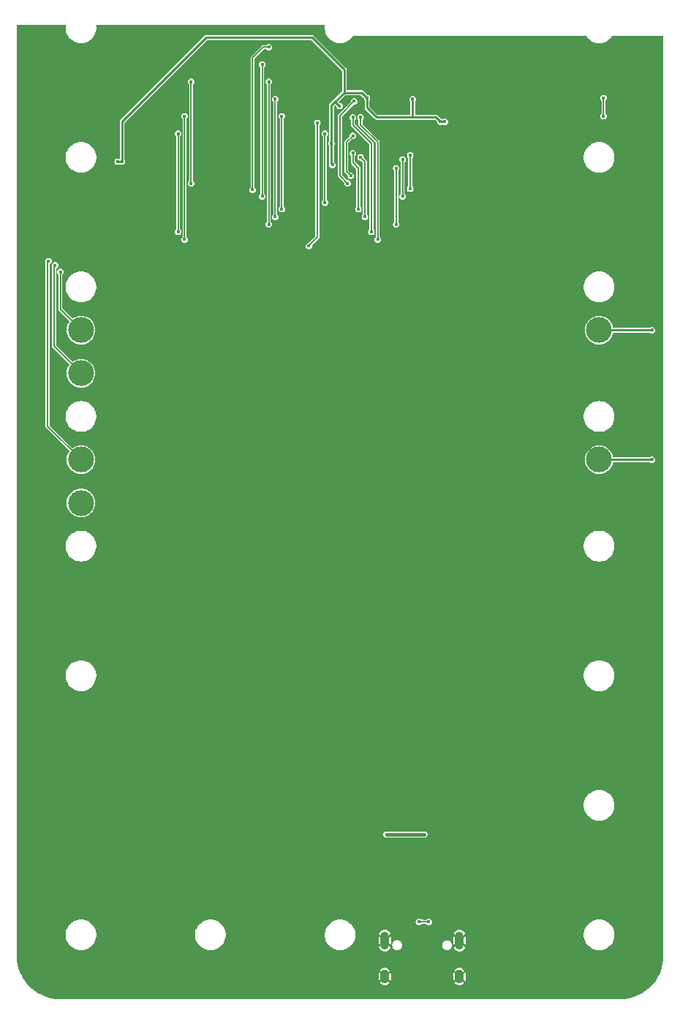
<source format=gbr>
%TF.GenerationSoftware,KiCad,Pcbnew,7.0.6-7.0.6~ubuntu22.04.1*%
%TF.CreationDate,2023-08-07T18:14:45+01:00*%
%TF.ProjectId,working,776f726b-696e-4672-9e6b-696361645f70,rev?*%
%TF.SameCoordinates,Original*%
%TF.FileFunction,Copper,L2,Bot*%
%TF.FilePolarity,Positive*%
%FSLAX46Y46*%
G04 Gerber Fmt 4.6, Leading zero omitted, Abs format (unit mm)*
G04 Created by KiCad (PCBNEW 7.0.6-7.0.6~ubuntu22.04.1) date 2023-08-07 18:14:45*
%MOMM*%
%LPD*%
G01*
G04 APERTURE LIST*
G04 Aperture macros list*
%AMRoundRect*
0 Rectangle with rounded corners*
0 $1 Rounding radius*
0 $2 $3 $4 $5 $6 $7 $8 $9 X,Y pos of 4 corners*
0 Add a 4 corners polygon primitive as box body*
4,1,4,$2,$3,$4,$5,$6,$7,$8,$9,$2,$3,0*
0 Add four circle primitives for the rounded corners*
1,1,$1+$1,$2,$3*
1,1,$1+$1,$4,$5*
1,1,$1+$1,$6,$7*
1,1,$1+$1,$8,$9*
0 Add four rect primitives between the rounded corners*
20,1,$1+$1,$2,$3,$4,$5,0*
20,1,$1+$1,$4,$5,$6,$7,0*
20,1,$1+$1,$6,$7,$8,$9,0*
20,1,$1+$1,$8,$9,$2,$3,0*%
G04 Aperture macros list end*
%TA.AperFunction,SMDPad,CuDef*%
%ADD10RoundRect,0.500000X0.000000X-0.550000X0.000000X0.550000X0.000000X0.550000X0.000000X-0.550000X0*%
%TD*%
%TA.AperFunction,SMDPad,CuDef*%
%ADD11RoundRect,0.500000X0.000000X-0.300000X0.000000X0.300000X0.000000X0.300000X0.000000X-0.300000X0*%
%TD*%
%TA.AperFunction,ViaPad*%
%ADD12C,0.402400*%
%TD*%
%TA.AperFunction,ViaPad*%
%ADD13C,3.000000*%
%TD*%
%TA.AperFunction,Conductor*%
%ADD14C,0.254000*%
%TD*%
%TA.AperFunction,Conductor*%
%ADD15C,0.152400*%
%TD*%
%TA.AperFunction,Conductor*%
%ADD16C,0.406400*%
%TD*%
G04 APERTURE END LIST*
D10*
%TO.P,CON1,P$5*%
%TO.N,GND*%
X153681100Y-158163600D03*
D11*
%TO.P,CON1,P$6*%
X153681100Y-162343600D03*
%TO.P,CON1,P$7*%
X162321100Y-162343600D03*
D10*
%TO.P,CON1,P$8*%
X162321100Y-158163600D03*
%TD*%
D12*
%TO.N,GND*%
X134001100Y-52628600D03*
X152126100Y-54878600D03*
X150376100Y-55128600D03*
X183163600Y-64566100D03*
X152751100Y-56753600D03*
X176726100Y-58753600D03*
X152713600Y-64691100D03*
X144001100Y-52628600D03*
X156751100Y-56253600D03*
X152713600Y-63628600D03*
X126001100Y-52628600D03*
X159626100Y-53753600D03*
X155351100Y-54628600D03*
X151751100Y-56128600D03*
X172751100Y-53753600D03*
D13*
X178501100Y-92503600D03*
D12*
X155226100Y-57941100D03*
X158251100Y-56253600D03*
X123251100Y-52628600D03*
X153501100Y-53753600D03*
X182751100Y-53753600D03*
X141501100Y-52628600D03*
X139001100Y-52628600D03*
X159251100Y-60253600D03*
X153713600Y-56316100D03*
X147251100Y-56753600D03*
X116501100Y-52628600D03*
X131501100Y-52628600D03*
X157251100Y-57753600D03*
X168226100Y-69628600D03*
X161163600Y-67816100D03*
X153838600Y-63628600D03*
X169351100Y-67378600D03*
X153776100Y-57378600D03*
X153651100Y-58378600D03*
X111751100Y-52628600D03*
X135501100Y-58753600D03*
X156251100Y-58253600D03*
X151751100Y-59253600D03*
X169351100Y-70628600D03*
X129001100Y-52628600D03*
X153838600Y-64691100D03*
X157626100Y-53753600D03*
X136751100Y-60253600D03*
X151126100Y-57628600D03*
X150376100Y-56378600D03*
X146376100Y-52753600D03*
X161751100Y-53753600D03*
X174251100Y-53753600D03*
X147501100Y-54253600D03*
X181413600Y-69941100D03*
X176501100Y-53753600D03*
X158751100Y-54753600D03*
X148026100Y-62128600D03*
X120501100Y-52628600D03*
X169726100Y-65878600D03*
X136501100Y-52628600D03*
D13*
X178501100Y-107503600D03*
D12*
X135501100Y-60253600D03*
X165501100Y-53753600D03*
X153651100Y-59816100D03*
X149876100Y-58503600D03*
X148501100Y-55503600D03*
X180501100Y-53753600D03*
X135501100Y-61628600D03*
X155501100Y-53753600D03*
X169851100Y-68878600D03*
X153651100Y-61503600D03*
X166726100Y-70253600D03*
X158751100Y-58253600D03*
X157038600Y-66003600D03*
X134251100Y-60253600D03*
X153838600Y-66878600D03*
X155351100Y-60753600D03*
X148001100Y-58378600D03*
X155163600Y-59003600D03*
X185251100Y-53753600D03*
X150001100Y-53753600D03*
X155351100Y-59878600D03*
X155351100Y-61503600D03*
X114001100Y-52628600D03*
X168876100Y-53753600D03*
X151751100Y-53753600D03*
X175038600Y-68441100D03*
X155226100Y-56878600D03*
X153651100Y-60753600D03*
X153838600Y-65816100D03*
X157251100Y-54753600D03*
X146651100Y-64066100D03*
X153651100Y-54628600D03*
X155288600Y-55816100D03*
%TO.N,VCC*%
X148438600Y-61566100D03*
X184618900Y-87503600D03*
X147626100Y-68378600D03*
X156901500Y-60753600D03*
X147501100Y-65878600D03*
X122751100Y-68003600D03*
X123251100Y-68003600D03*
X184618900Y-102503600D03*
X151626100Y-60628600D03*
X160126100Y-63378600D03*
D13*
X178501100Y-87503600D03*
X178501100Y-102503600D03*
D12*
X160626100Y-63378600D03*
%TO.N,IO3_RX*%
X155751100Y-67753600D03*
X155751100Y-72003600D03*
X139501100Y-56753600D03*
X139501100Y-72005600D03*
%TO.N,IO1_TX*%
X140251100Y-54753600D03*
X156626100Y-67253600D03*
X138376100Y-71253600D03*
X156626100Y-71128600D03*
%TO.N,USB_P*%
X157630600Y-156003600D03*
X158780156Y-156003600D03*
%TO.N,VUSB*%
X158251100Y-145878600D03*
X153876100Y-145878600D03*
%TO.N,IO12*%
X129751100Y-64753600D03*
D13*
X118501100Y-92503600D03*
D12*
X129751100Y-76128600D03*
X115501100Y-80003600D03*
X149997900Y-62878600D03*
X152126100Y-76128600D03*
%TO.N,IO2*%
X146751100Y-64753600D03*
X146751100Y-72753600D03*
%TO.N,IO0*%
X150626100Y-73503600D03*
X141751100Y-73503600D03*
X141751100Y-62753600D03*
X149997900Y-67003600D03*
%TO.N,IO13*%
X149751100Y-69628600D03*
X149977700Y-65003600D03*
%TO.N,IO15*%
X145876100Y-63503600D03*
X144876100Y-77753600D03*
D13*
X118501100Y-107503600D03*
D12*
%TO.N,IO5*%
X114751100Y-79503600D03*
X140251100Y-75253600D03*
X155001100Y-68753600D03*
X155001100Y-75253600D03*
D13*
X118501100Y-102503600D03*
D12*
X140251100Y-58753600D03*
%TO.N,IO4*%
X150876100Y-67503600D03*
X141001100Y-60753600D03*
X141001100Y-74378600D03*
X151376100Y-74378600D03*
%TO.N,IO14*%
X150876100Y-62878600D03*
X116126100Y-80753600D03*
X130501100Y-62753600D03*
X130501100Y-77003600D03*
D13*
X118501100Y-87503600D03*
D12*
X152876100Y-77003600D03*
%TO.N,EN*%
X150126100Y-61003600D03*
X149376100Y-70503600D03*
X131251100Y-58753600D03*
X131251100Y-70503600D03*
%TO.N,AUTORST_EN*%
X179001100Y-60628600D03*
X179001100Y-62753600D03*
%TD*%
D14*
%TO.N,VCC*%
X149001100Y-60003600D02*
X149001100Y-57378600D01*
X152751100Y-62878600D02*
X156901500Y-62878600D01*
X178501100Y-87503600D02*
X184618900Y-87503600D01*
X151626100Y-61753600D02*
X152751100Y-62878600D01*
X148438600Y-61566100D02*
X147938600Y-61066100D01*
X159626100Y-62878600D02*
X160126100Y-63378600D01*
X133001100Y-53628600D02*
X123251100Y-63378600D01*
X151001100Y-60003600D02*
X149001100Y-60003600D01*
X147501100Y-61503600D02*
X147938600Y-61066100D01*
X151626100Y-60628600D02*
X151626100Y-61753600D01*
X160626100Y-63378600D02*
X160126100Y-63378600D01*
X123251100Y-63378600D02*
X123251100Y-68003600D01*
X178501100Y-102503600D02*
X184618900Y-102503600D01*
X122751100Y-68003600D02*
X123251100Y-68003600D01*
X159626100Y-62878600D02*
X156901500Y-62878600D01*
X147626100Y-68378600D02*
X147501100Y-68253600D01*
X145251100Y-53628600D02*
X133001100Y-53628600D01*
X149001100Y-57378600D02*
X145251100Y-53628600D01*
X147501100Y-65878600D02*
X147501100Y-61503600D01*
X156901500Y-62878600D02*
X156901500Y-60753600D01*
X147938600Y-61066100D02*
X149001100Y-60003600D01*
X151001100Y-60003600D02*
X151626100Y-60628600D01*
X147501100Y-68253600D02*
X147501100Y-65878600D01*
D15*
%TO.N,IO3_RX*%
X155751100Y-67753600D02*
X155751100Y-72003600D01*
X139501100Y-56753600D02*
X139501100Y-72005600D01*
%TO.N,IO1_TX*%
X156626100Y-67253600D02*
X156626100Y-71128600D01*
X138376100Y-56003600D02*
X138376100Y-71253600D01*
X140251100Y-54753600D02*
X139626100Y-54753600D01*
X139626100Y-54753600D02*
X138376100Y-56003600D01*
%TO.N,USB_P*%
X157659656Y-155974544D02*
X157630600Y-156003600D01*
X158780156Y-156003600D02*
X157659656Y-155974544D01*
D16*
%TO.N,VUSB*%
X153876100Y-145878600D02*
X158251100Y-145878600D01*
D15*
%TO.N,IO12*%
X149997900Y-63753600D02*
X149997900Y-62878600D01*
X118501100Y-92503600D02*
X115376100Y-89378600D01*
X129751100Y-64753600D02*
X129751100Y-76128600D01*
X152126100Y-76128600D02*
X152126100Y-65881800D01*
X115501100Y-80003600D02*
X115376100Y-80128600D01*
X115376100Y-80128600D02*
X115376100Y-89378600D01*
X152126100Y-65881800D02*
X149997900Y-63753600D01*
%TO.N,IO2*%
X146751100Y-64753600D02*
X146751100Y-72753600D01*
%TO.N,IO0*%
X150626100Y-68753600D02*
X150626100Y-73503600D01*
X149997900Y-67003600D02*
X149997900Y-68125400D01*
X149997900Y-68125400D02*
X150626100Y-68753600D01*
X141751100Y-62753600D02*
X141751100Y-73503600D01*
%TO.N,IO13*%
X149227700Y-65753600D02*
X149227700Y-69105200D01*
X149227700Y-69105200D02*
X149751100Y-69628600D01*
X149977700Y-65003600D02*
X149227700Y-65753600D01*
%TO.N,IO15*%
X145876100Y-63503600D02*
X145876100Y-76753600D01*
X145876100Y-76753600D02*
X144876100Y-77753600D01*
%TO.N,IO5*%
X114626100Y-98628600D02*
X118501100Y-102503600D01*
X114751100Y-79503600D02*
X114626100Y-79628600D01*
X140251100Y-58753600D02*
X140251100Y-75253600D01*
X155001100Y-68753600D02*
X155001100Y-75253600D01*
X114626100Y-79628600D02*
X114626100Y-98628600D01*
%TO.N,IO4*%
X151376100Y-74378600D02*
X151376100Y-68003600D01*
X141001100Y-60753600D02*
X141001100Y-74378600D01*
X151376100Y-68003600D02*
X150876100Y-67503600D01*
%TO.N,IO14*%
X130501100Y-62753600D02*
X130501100Y-77003600D01*
X116126100Y-80753600D02*
X116126100Y-85128600D01*
X116126100Y-85128600D02*
X118501100Y-87503600D01*
X150876100Y-62878600D02*
X150876100Y-63753600D01*
X152876100Y-65753600D02*
X152876100Y-77003600D01*
X152876100Y-65753600D02*
X150876100Y-63753600D01*
%TO.N,EN*%
X131251100Y-58753600D02*
X131251100Y-70503600D01*
X148501100Y-62628600D02*
X148501100Y-69628600D01*
X148501100Y-69628600D02*
X149376100Y-70503600D01*
X150126100Y-61003600D02*
X148501100Y-62628600D01*
%TO.N,AUTORST_EN*%
X179001100Y-62753600D02*
X179001100Y-60628600D01*
%TD*%
%TA.AperFunction,Conductor*%
%TO.N,GND*%
G36*
X116737834Y-52188266D02*
G01*
X116748700Y-52214500D01*
X116748286Y-52220029D01*
X116725600Y-52370542D01*
X116725600Y-52636657D01*
X116765261Y-52899794D01*
X116843695Y-53154073D01*
X116843698Y-53154079D01*
X116843699Y-53154082D01*
X116959160Y-53393839D01*
X116982483Y-53428047D01*
X117109061Y-53613705D01*
X117109070Y-53613716D01*
X117290058Y-53808774D01*
X117290061Y-53808777D01*
X117290067Y-53808783D01*
X117498120Y-53974701D01*
X117728576Y-54107754D01*
X117728581Y-54107757D01*
X117976288Y-54204975D01*
X117976287Y-54204975D01*
X117976293Y-54204976D01*
X117976295Y-54204977D01*
X118235733Y-54264193D01*
X118235735Y-54264193D01*
X118235739Y-54264194D01*
X118235737Y-54264194D01*
X118415429Y-54277659D01*
X118434658Y-54279100D01*
X118434659Y-54279100D01*
X118567541Y-54279100D01*
X118567542Y-54279100D01*
X118591379Y-54277313D01*
X118766461Y-54264194D01*
X118766464Y-54264193D01*
X118766467Y-54264193D01*
X119025905Y-54204977D01*
X119025908Y-54204975D01*
X119025911Y-54204975D01*
X119273618Y-54107757D01*
X119273617Y-54107757D01*
X119273621Y-54107756D01*
X119504080Y-53974701D01*
X119712133Y-53808783D01*
X119893135Y-53613710D01*
X120043040Y-53393840D01*
X120158501Y-53154082D01*
X120236939Y-52899794D01*
X120276600Y-52636655D01*
X120276600Y-52370545D01*
X120253913Y-52220029D01*
X120260749Y-52192469D01*
X120285071Y-52177814D01*
X120290600Y-52177400D01*
X146711600Y-52177400D01*
X146737834Y-52188266D01*
X146748700Y-52214500D01*
X146748286Y-52220029D01*
X146725600Y-52370542D01*
X146725600Y-52636657D01*
X146765261Y-52899794D01*
X146843695Y-53154073D01*
X146843698Y-53154079D01*
X146843699Y-53154082D01*
X146959160Y-53393839D01*
X146982483Y-53428047D01*
X147109061Y-53613705D01*
X147109070Y-53613716D01*
X147290058Y-53808774D01*
X147290061Y-53808777D01*
X147290067Y-53808783D01*
X147498120Y-53974701D01*
X147728576Y-54107754D01*
X147728581Y-54107757D01*
X147976288Y-54204975D01*
X147976287Y-54204975D01*
X147976293Y-54204976D01*
X147976295Y-54204977D01*
X148235733Y-54264193D01*
X148235735Y-54264193D01*
X148235739Y-54264194D01*
X148235737Y-54264194D01*
X148415429Y-54277659D01*
X148434658Y-54279100D01*
X148434659Y-54279100D01*
X148567541Y-54279100D01*
X148567542Y-54279100D01*
X148591379Y-54277313D01*
X148766461Y-54264194D01*
X148766464Y-54264193D01*
X148766467Y-54264193D01*
X149025905Y-54204977D01*
X149025908Y-54204975D01*
X149025911Y-54204975D01*
X149273618Y-54107757D01*
X149273617Y-54107757D01*
X149273621Y-54107756D01*
X149504080Y-53974701D01*
X149712133Y-53808783D01*
X149893135Y-53613710D01*
X150009113Y-53443600D01*
X150032869Y-53428047D01*
X150039766Y-53427400D01*
X176962434Y-53427400D01*
X176988668Y-53438266D01*
X176993087Y-53443601D01*
X177109061Y-53613705D01*
X177109070Y-53613716D01*
X177290058Y-53808774D01*
X177290061Y-53808777D01*
X177290067Y-53808783D01*
X177498120Y-53974701D01*
X177728576Y-54107754D01*
X177728581Y-54107757D01*
X177976288Y-54204975D01*
X177976287Y-54204975D01*
X177976293Y-54204976D01*
X177976295Y-54204977D01*
X178235733Y-54264193D01*
X178235735Y-54264193D01*
X178235739Y-54264194D01*
X178235737Y-54264194D01*
X178415429Y-54277659D01*
X178434658Y-54279100D01*
X178434659Y-54279100D01*
X178567541Y-54279100D01*
X178567542Y-54279100D01*
X178591379Y-54277313D01*
X178766461Y-54264194D01*
X178766464Y-54264193D01*
X178766467Y-54264193D01*
X179025905Y-54204977D01*
X179025908Y-54204975D01*
X179025911Y-54204975D01*
X179273618Y-54107757D01*
X179273617Y-54107757D01*
X179273621Y-54107756D01*
X179504080Y-53974701D01*
X179712133Y-53808783D01*
X179893135Y-53613710D01*
X180009113Y-53443600D01*
X180032869Y-53428047D01*
X180039766Y-53427400D01*
X185887300Y-53427400D01*
X185913534Y-53438266D01*
X185924400Y-53464500D01*
X185924400Y-160003600D01*
X185905699Y-160431884D01*
X185905558Y-160433497D01*
X185849709Y-160857717D01*
X185849428Y-160859312D01*
X185756816Y-161277056D01*
X185756397Y-161278620D01*
X185627732Y-161686692D01*
X185627179Y-161688214D01*
X185463433Y-162083529D01*
X185462749Y-162084997D01*
X185265178Y-162464528D01*
X185264369Y-162465930D01*
X185034462Y-162826811D01*
X185033533Y-162828137D01*
X184773061Y-163167592D01*
X184772020Y-163168833D01*
X184482946Y-163484301D01*
X184481801Y-163485446D01*
X184166333Y-163774520D01*
X184165092Y-163775561D01*
X183825637Y-164036033D01*
X183824311Y-164036962D01*
X183463430Y-164266869D01*
X183462028Y-164267678D01*
X183082497Y-164465249D01*
X183081029Y-164465933D01*
X182685714Y-164629679D01*
X182684192Y-164630232D01*
X182276120Y-164758897D01*
X182274556Y-164759316D01*
X181856812Y-164851928D01*
X181855217Y-164852209D01*
X181430997Y-164908058D01*
X181429384Y-164908199D01*
X181001100Y-164926900D01*
X116001100Y-164926900D01*
X115572815Y-164908199D01*
X115571202Y-164908058D01*
X115146982Y-164852209D01*
X115145387Y-164851928D01*
X114727643Y-164759316D01*
X114726079Y-164758897D01*
X114318007Y-164630232D01*
X114316485Y-164629679D01*
X113921170Y-164465933D01*
X113919702Y-164465249D01*
X113540171Y-164267678D01*
X113538769Y-164266869D01*
X113177888Y-164036962D01*
X113176562Y-164036033D01*
X113173532Y-164033708D01*
X112837098Y-163775553D01*
X112835878Y-163774530D01*
X112520398Y-163485446D01*
X112519253Y-163484301D01*
X112230167Y-163168819D01*
X112229147Y-163167603D01*
X112144555Y-163057361D01*
X153110456Y-163057361D01*
X153124120Y-163079963D01*
X153244735Y-163200579D01*
X153390713Y-163288825D01*
X153553555Y-163339567D01*
X153553559Y-163339568D01*
X153624330Y-163346000D01*
X153737870Y-163346000D01*
X153808640Y-163339568D01*
X153808644Y-163339567D01*
X153971485Y-163288825D01*
X153971486Y-163288825D01*
X154117464Y-163200579D01*
X154238078Y-163079965D01*
X154251742Y-163057361D01*
X161750456Y-163057361D01*
X161764120Y-163079963D01*
X161884735Y-163200579D01*
X162030713Y-163288825D01*
X162193555Y-163339567D01*
X162193559Y-163339568D01*
X162264330Y-163346000D01*
X162377870Y-163346000D01*
X162448640Y-163339568D01*
X162448644Y-163339567D01*
X162611485Y-163288825D01*
X162611486Y-163288825D01*
X162757464Y-163200579D01*
X162878078Y-163079965D01*
X162891742Y-163057361D01*
X162321099Y-162486718D01*
X161750456Y-163057361D01*
X154251742Y-163057361D01*
X153681099Y-162486718D01*
X153110456Y-163057361D01*
X112144555Y-163057361D01*
X111968663Y-162828133D01*
X111967737Y-162826811D01*
X111887185Y-162700370D01*
X152978700Y-162700370D01*
X152985131Y-162771140D01*
X152985132Y-162771144D01*
X153014901Y-162866678D01*
X153537981Y-162343599D01*
X153824218Y-162343599D01*
X154347297Y-162866678D01*
X154377068Y-162771142D01*
X154383500Y-162700370D01*
X161618700Y-162700370D01*
X161625131Y-162771140D01*
X161625132Y-162771144D01*
X161654901Y-162866678D01*
X162177981Y-162343599D01*
X162464218Y-162343599D01*
X162987297Y-162866678D01*
X163017068Y-162771142D01*
X163023500Y-162700370D01*
X163023500Y-161986829D01*
X163017068Y-161916059D01*
X163017067Y-161916055D01*
X162987297Y-161820520D01*
X162464218Y-162343599D01*
X162177981Y-162343599D01*
X161654902Y-161820520D01*
X161654901Y-161820520D01*
X161625132Y-161916055D01*
X161625131Y-161916059D01*
X161618700Y-161986829D01*
X161618700Y-162700370D01*
X154383500Y-162700370D01*
X154383500Y-161986829D01*
X154377068Y-161916059D01*
X154377067Y-161916055D01*
X154347297Y-161820520D01*
X153824218Y-162343599D01*
X153537981Y-162343599D01*
X153014902Y-161820520D01*
X153014901Y-161820520D01*
X152985132Y-161916055D01*
X152985131Y-161916059D01*
X152978700Y-161986829D01*
X152978700Y-162700370D01*
X111887185Y-162700370D01*
X111826114Y-162604508D01*
X111737827Y-162465926D01*
X111737021Y-162464528D01*
X111539447Y-162084990D01*
X111538766Y-162083529D01*
X111375020Y-161688214D01*
X111374467Y-161686692D01*
X111356541Y-161629838D01*
X153110456Y-161629838D01*
X153681099Y-162200480D01*
X154251741Y-161629838D01*
X161750456Y-161629838D01*
X162321099Y-162200481D01*
X162891742Y-161629837D01*
X162878079Y-161607235D01*
X162757464Y-161486620D01*
X162611486Y-161398374D01*
X162448644Y-161347632D01*
X162448640Y-161347631D01*
X162377870Y-161341200D01*
X162264330Y-161341200D01*
X162193559Y-161347631D01*
X162193555Y-161347632D01*
X162030714Y-161398374D01*
X162030713Y-161398374D01*
X161884735Y-161486620D01*
X161764121Y-161607235D01*
X161750456Y-161629838D01*
X154251741Y-161629838D01*
X154251742Y-161629837D01*
X154238079Y-161607235D01*
X154117464Y-161486620D01*
X153971486Y-161398374D01*
X153808644Y-161347632D01*
X153808640Y-161347631D01*
X153737870Y-161341200D01*
X153624330Y-161341200D01*
X153553559Y-161347631D01*
X153553555Y-161347632D01*
X153390714Y-161398374D01*
X153390713Y-161398374D01*
X153244735Y-161486620D01*
X153124121Y-161607235D01*
X153110456Y-161629838D01*
X111356541Y-161629838D01*
X111245802Y-161278620D01*
X111245383Y-161277056D01*
X111152771Y-160859312D01*
X111152490Y-160857717D01*
X111096641Y-160433497D01*
X111096500Y-160431884D01*
X111077800Y-160003600D01*
X111077800Y-157636657D01*
X116725600Y-157636657D01*
X116765261Y-157899794D01*
X116843695Y-158154073D01*
X116843698Y-158154079D01*
X116843699Y-158154082D01*
X116905857Y-158283154D01*
X116959158Y-158393835D01*
X116959159Y-158393837D01*
X117109061Y-158613705D01*
X117109070Y-158613716D01*
X117290058Y-158808774D01*
X117290061Y-158808777D01*
X117290067Y-158808783D01*
X117498120Y-158974701D01*
X117722162Y-159104051D01*
X117728576Y-159107754D01*
X117728581Y-159107757D01*
X117976288Y-159204975D01*
X117976287Y-159204975D01*
X117976293Y-159204976D01*
X117976295Y-159204977D01*
X118235733Y-159264193D01*
X118235735Y-159264193D01*
X118235739Y-159264194D01*
X118235737Y-159264194D01*
X118415429Y-159277659D01*
X118434658Y-159279100D01*
X118434659Y-159279100D01*
X118567541Y-159279100D01*
X118567542Y-159279100D01*
X118591379Y-159277313D01*
X118766461Y-159264194D01*
X118766464Y-159264193D01*
X118766467Y-159264193D01*
X119025905Y-159204977D01*
X119025908Y-159204975D01*
X119025911Y-159204975D01*
X119273618Y-159107757D01*
X119273617Y-159107757D01*
X119273621Y-159107756D01*
X119504080Y-158974701D01*
X119712133Y-158808783D01*
X119893135Y-158613710D01*
X120043040Y-158393840D01*
X120158501Y-158154082D01*
X120236939Y-157899794D01*
X120276600Y-157636657D01*
X131725600Y-157636657D01*
X131765261Y-157899794D01*
X131843695Y-158154073D01*
X131843698Y-158154079D01*
X131843699Y-158154082D01*
X131905857Y-158283154D01*
X131959158Y-158393835D01*
X131959159Y-158393837D01*
X132109061Y-158613705D01*
X132109070Y-158613716D01*
X132290058Y-158808774D01*
X132290061Y-158808777D01*
X132290067Y-158808783D01*
X132498120Y-158974701D01*
X132722162Y-159104051D01*
X132728576Y-159107754D01*
X132728581Y-159107757D01*
X132976288Y-159204975D01*
X132976287Y-159204975D01*
X132976293Y-159204976D01*
X132976295Y-159204977D01*
X133235733Y-159264193D01*
X133235735Y-159264193D01*
X133235739Y-159264194D01*
X133235737Y-159264194D01*
X133415429Y-159277659D01*
X133434658Y-159279100D01*
X133434659Y-159279100D01*
X133567541Y-159279100D01*
X133567542Y-159279100D01*
X133591379Y-159277313D01*
X133766461Y-159264194D01*
X133766464Y-159264193D01*
X133766467Y-159264193D01*
X134025905Y-159204977D01*
X134025908Y-159204975D01*
X134025911Y-159204975D01*
X134273618Y-159107757D01*
X134273617Y-159107757D01*
X134273621Y-159107756D01*
X134504080Y-158974701D01*
X134712133Y-158808783D01*
X134893135Y-158613710D01*
X135043040Y-158393840D01*
X135158501Y-158154082D01*
X135236939Y-157899794D01*
X135276600Y-157636657D01*
X146725600Y-157636657D01*
X146765261Y-157899794D01*
X146843695Y-158154073D01*
X146843698Y-158154079D01*
X146843699Y-158154082D01*
X146905857Y-158283154D01*
X146959158Y-158393835D01*
X146959159Y-158393837D01*
X147109061Y-158613705D01*
X147109070Y-158613716D01*
X147290058Y-158808774D01*
X147290061Y-158808777D01*
X147290067Y-158808783D01*
X147498120Y-158974701D01*
X147722162Y-159104051D01*
X147728576Y-159107754D01*
X147728581Y-159107757D01*
X147976288Y-159204975D01*
X147976287Y-159204975D01*
X147976293Y-159204976D01*
X147976295Y-159204977D01*
X148235733Y-159264193D01*
X148235735Y-159264193D01*
X148235739Y-159264194D01*
X148235737Y-159264194D01*
X148415429Y-159277659D01*
X148434658Y-159279100D01*
X148434659Y-159279100D01*
X148567541Y-159279100D01*
X148567542Y-159279100D01*
X148591379Y-159277313D01*
X148766461Y-159264194D01*
X148766464Y-159264193D01*
X148766467Y-159264193D01*
X149025905Y-159204977D01*
X149025908Y-159204975D01*
X149025911Y-159204975D01*
X149273618Y-159107757D01*
X149273617Y-159107757D01*
X149273621Y-159107756D01*
X149504080Y-158974701D01*
X149517114Y-158964307D01*
X153023510Y-158964307D01*
X153035876Y-159003988D01*
X153035878Y-159003991D01*
X153124120Y-159149964D01*
X153244735Y-159270579D01*
X153390713Y-159358825D01*
X153553555Y-159409567D01*
X153553559Y-159409568D01*
X153624330Y-159416000D01*
X153737870Y-159416000D01*
X153808640Y-159409568D01*
X153808644Y-159409567D01*
X153971485Y-159358825D01*
X153971486Y-159358825D01*
X154117464Y-159270579D01*
X154238079Y-159149964D01*
X154326325Y-159003986D01*
X154326325Y-159003985D01*
X154338688Y-158964307D01*
X153681099Y-158306718D01*
X153023510Y-158964307D01*
X149517114Y-158964307D01*
X149712133Y-158808783D01*
X149893135Y-158613710D01*
X150043040Y-158393840D01*
X150158501Y-158154082D01*
X150236939Y-157899794D01*
X150276600Y-157636655D01*
X150276600Y-157604319D01*
X152978700Y-157604319D01*
X152978700Y-158722880D01*
X153537981Y-158163600D01*
X153537980Y-158163599D01*
X153824218Y-158163599D01*
X154383500Y-158722881D01*
X154383500Y-158693600D01*
X154530634Y-158693600D01*
X154550413Y-158843836D01*
X154604619Y-158974701D01*
X154608404Y-158983837D01*
X154700644Y-159104045D01*
X154700649Y-159104051D01*
X154700653Y-159104054D01*
X154700654Y-159104055D01*
X154820862Y-159196295D01*
X154820864Y-159196295D01*
X154820867Y-159196298D01*
X154960864Y-159254287D01*
X155073380Y-159269100D01*
X155073385Y-159269100D01*
X155148815Y-159269100D01*
X155148820Y-159269100D01*
X155261336Y-159254287D01*
X155401333Y-159196298D01*
X155521551Y-159104051D01*
X155613798Y-158983833D01*
X155671787Y-158843836D01*
X155691566Y-158693600D01*
X160310634Y-158693600D01*
X160330413Y-158843836D01*
X160384619Y-158974701D01*
X160388404Y-158983837D01*
X160480644Y-159104045D01*
X160480649Y-159104051D01*
X160480653Y-159104054D01*
X160480654Y-159104055D01*
X160600862Y-159196295D01*
X160600864Y-159196295D01*
X160600867Y-159196298D01*
X160740864Y-159254287D01*
X160853380Y-159269100D01*
X160853385Y-159269100D01*
X160928815Y-159269100D01*
X160928820Y-159269100D01*
X161041336Y-159254287D01*
X161181333Y-159196298D01*
X161301551Y-159104051D01*
X161393798Y-158983833D01*
X161401886Y-158964307D01*
X161663510Y-158964307D01*
X161675876Y-159003988D01*
X161675878Y-159003991D01*
X161764120Y-159149964D01*
X161884735Y-159270579D01*
X162030713Y-159358825D01*
X162193555Y-159409567D01*
X162193559Y-159409568D01*
X162264330Y-159416000D01*
X162377870Y-159416000D01*
X162448640Y-159409568D01*
X162448644Y-159409567D01*
X162611485Y-159358825D01*
X162611486Y-159358825D01*
X162757464Y-159270579D01*
X162878079Y-159149964D01*
X162966325Y-159003986D01*
X162966325Y-159003985D01*
X162978688Y-158964307D01*
X162321099Y-158306718D01*
X161663510Y-158964307D01*
X161401886Y-158964307D01*
X161451787Y-158843836D01*
X161471566Y-158693600D01*
X161451787Y-158543364D01*
X161393798Y-158403367D01*
X161393795Y-158403364D01*
X161393795Y-158403362D01*
X161301555Y-158283154D01*
X161301554Y-158283153D01*
X161301551Y-158283149D01*
X161301546Y-158283145D01*
X161301545Y-158283144D01*
X161181337Y-158190904D01*
X161181333Y-158190902D01*
X161041336Y-158132913D01*
X160928820Y-158118100D01*
X160853380Y-158118100D01*
X160740864Y-158132913D01*
X160740863Y-158132913D01*
X160600862Y-158190904D01*
X160480654Y-158283144D01*
X160480644Y-158283154D01*
X160388404Y-158403362D01*
X160388401Y-158403367D01*
X160388402Y-158403367D01*
X160330413Y-158543364D01*
X160310634Y-158693600D01*
X155691566Y-158693600D01*
X155671787Y-158543364D01*
X155613798Y-158403367D01*
X155613795Y-158403364D01*
X155613795Y-158403362D01*
X155521555Y-158283154D01*
X155521554Y-158283153D01*
X155521551Y-158283149D01*
X155521546Y-158283145D01*
X155521545Y-158283144D01*
X155401337Y-158190904D01*
X155401333Y-158190902D01*
X155261336Y-158132913D01*
X155148820Y-158118100D01*
X155073380Y-158118100D01*
X154960864Y-158132913D01*
X154960863Y-158132913D01*
X154820862Y-158190904D01*
X154700654Y-158283144D01*
X154700644Y-158283154D01*
X154608404Y-158403362D01*
X154608401Y-158403367D01*
X154608402Y-158403367D01*
X154550413Y-158543364D01*
X154530634Y-158693600D01*
X154383500Y-158693600D01*
X154383500Y-157604319D01*
X161618700Y-157604319D01*
X161618700Y-158722880D01*
X162177981Y-158163600D01*
X162177980Y-158163599D01*
X162464218Y-158163599D01*
X163023500Y-158722881D01*
X163023500Y-157636657D01*
X176725600Y-157636657D01*
X176765261Y-157899794D01*
X176843695Y-158154073D01*
X176843698Y-158154079D01*
X176843699Y-158154082D01*
X176905857Y-158283154D01*
X176959158Y-158393835D01*
X176959159Y-158393837D01*
X177109061Y-158613705D01*
X177109070Y-158613716D01*
X177290058Y-158808774D01*
X177290061Y-158808777D01*
X177290067Y-158808783D01*
X177498120Y-158974701D01*
X177722162Y-159104051D01*
X177728576Y-159107754D01*
X177728581Y-159107757D01*
X177976288Y-159204975D01*
X177976287Y-159204975D01*
X177976293Y-159204976D01*
X177976295Y-159204977D01*
X178235733Y-159264193D01*
X178235735Y-159264193D01*
X178235739Y-159264194D01*
X178235737Y-159264194D01*
X178415429Y-159277659D01*
X178434658Y-159279100D01*
X178434659Y-159279100D01*
X178567541Y-159279100D01*
X178567542Y-159279100D01*
X178591379Y-159277313D01*
X178766461Y-159264194D01*
X178766464Y-159264193D01*
X178766467Y-159264193D01*
X179025905Y-159204977D01*
X179025908Y-159204975D01*
X179025911Y-159204975D01*
X179273618Y-159107757D01*
X179273617Y-159107757D01*
X179273621Y-159107756D01*
X179504080Y-158974701D01*
X179712133Y-158808783D01*
X179893135Y-158613710D01*
X180043040Y-158393840D01*
X180158501Y-158154082D01*
X180236939Y-157899794D01*
X180276600Y-157636655D01*
X180276600Y-157370545D01*
X180236939Y-157107406D01*
X180176417Y-156911200D01*
X180158504Y-156853126D01*
X180158502Y-156853123D01*
X180158501Y-156853118D01*
X180043040Y-156613361D01*
X179893135Y-156393490D01*
X179893129Y-156393483D01*
X179712141Y-156198425D01*
X179712137Y-156198422D01*
X179712133Y-156198417D01*
X179504080Y-156032499D01*
X179273621Y-155899444D01*
X179273618Y-155899442D01*
X179025911Y-155802224D01*
X179025912Y-155802224D01*
X178766460Y-155743005D01*
X178766462Y-155743005D01*
X178576308Y-155728756D01*
X178567542Y-155728100D01*
X178434658Y-155728100D01*
X178425891Y-155728756D01*
X178235738Y-155743005D01*
X177976288Y-155802224D01*
X177728581Y-155899442D01*
X177728576Y-155899445D01*
X177498120Y-156032499D01*
X177290066Y-156198418D01*
X177290058Y-156198425D01*
X177109070Y-156393483D01*
X177109061Y-156393494D01*
X176959158Y-156613361D01*
X176959158Y-156613363D01*
X176843699Y-156853118D01*
X176843695Y-156853126D01*
X176765261Y-157107405D01*
X176725600Y-157370542D01*
X176725600Y-157636657D01*
X163023500Y-157636657D01*
X163023500Y-157604318D01*
X162464218Y-158163599D01*
X162177980Y-158163599D01*
X161618700Y-157604319D01*
X154383500Y-157604319D01*
X154383500Y-157604318D01*
X153824218Y-158163599D01*
X153537980Y-158163599D01*
X152978700Y-157604319D01*
X150276600Y-157604319D01*
X150276600Y-157370545D01*
X150275446Y-157362891D01*
X153023510Y-157362891D01*
X153681099Y-158020480D01*
X154338688Y-157362891D01*
X161663510Y-157362891D01*
X162321099Y-158020480D01*
X162978688Y-157362891D01*
X162966323Y-157323210D01*
X162966321Y-157323208D01*
X162878079Y-157177235D01*
X162757464Y-157056620D01*
X162611486Y-156968374D01*
X162448644Y-156917632D01*
X162448640Y-156917631D01*
X162377870Y-156911200D01*
X162264330Y-156911200D01*
X162193559Y-156917631D01*
X162193555Y-156917632D01*
X162030714Y-156968374D01*
X162030713Y-156968374D01*
X161884735Y-157056620D01*
X161764120Y-157177235D01*
X161675876Y-157323210D01*
X161663510Y-157362891D01*
X154338688Y-157362891D01*
X154326323Y-157323210D01*
X154326321Y-157323208D01*
X154238079Y-157177235D01*
X154117464Y-157056620D01*
X153971486Y-156968374D01*
X153808644Y-156917632D01*
X153808640Y-156917631D01*
X153737870Y-156911200D01*
X153624330Y-156911200D01*
X153553559Y-156917631D01*
X153553555Y-156917632D01*
X153390714Y-156968374D01*
X153390713Y-156968374D01*
X153244735Y-157056620D01*
X153124120Y-157177235D01*
X153035876Y-157323210D01*
X153023510Y-157362891D01*
X150275446Y-157362891D01*
X150236939Y-157107406D01*
X150176417Y-156911200D01*
X150158504Y-156853126D01*
X150158502Y-156853123D01*
X150158501Y-156853118D01*
X150043040Y-156613361D01*
X149893135Y-156393490D01*
X149893129Y-156393483D01*
X149712141Y-156198425D01*
X149712137Y-156198422D01*
X149712133Y-156198417D01*
X149504080Y-156032499D01*
X149454027Y-156003601D01*
X157250419Y-156003601D01*
X157269025Y-156121080D01*
X157269027Y-156121086D01*
X157323024Y-156227061D01*
X157323025Y-156227062D01*
X157323027Y-156227065D01*
X157407135Y-156311173D01*
X157407137Y-156311174D01*
X157407138Y-156311175D01*
X157513113Y-156365172D01*
X157513116Y-156365173D01*
X157513118Y-156365174D01*
X157571859Y-156374477D01*
X157630599Y-156383781D01*
X157630600Y-156383781D01*
X157630601Y-156383781D01*
X157669760Y-156377578D01*
X157748082Y-156365174D01*
X157854065Y-156311173D01*
X157938173Y-156227065D01*
X157938177Y-156227056D01*
X157938195Y-156227033D01*
X157938218Y-156227018D01*
X157940237Y-156225000D01*
X157940721Y-156225484D01*
X157962403Y-156212192D01*
X157969168Y-156211746D01*
X158455457Y-156224356D01*
X158480727Y-156235209D01*
X158556691Y-156311173D01*
X158556693Y-156311174D01*
X158556694Y-156311175D01*
X158662669Y-156365172D01*
X158662672Y-156365173D01*
X158662674Y-156365174D01*
X158721415Y-156374477D01*
X158780155Y-156383781D01*
X158780156Y-156383781D01*
X158780157Y-156383781D01*
X158819316Y-156377578D01*
X158897638Y-156365174D01*
X159003621Y-156311173D01*
X159087729Y-156227065D01*
X159141730Y-156121082D01*
X159160337Y-156003600D01*
X159141730Y-155886118D01*
X159141729Y-155886116D01*
X159141728Y-155886113D01*
X159087731Y-155780138D01*
X159087730Y-155780137D01*
X159087729Y-155780135D01*
X159003621Y-155696027D01*
X159003618Y-155696025D01*
X159003617Y-155696024D01*
X158897642Y-155642027D01*
X158897636Y-155642025D01*
X158780157Y-155623419D01*
X158780155Y-155623419D01*
X158662675Y-155642025D01*
X158662669Y-155642027D01*
X158556693Y-155696025D01*
X158556691Y-155696026D01*
X158497191Y-155755525D01*
X158470957Y-155766391D01*
X158469996Y-155766379D01*
X157924695Y-155752239D01*
X157899424Y-155741385D01*
X157854063Y-155696025D01*
X157748086Y-155642027D01*
X157748080Y-155642025D01*
X157630601Y-155623419D01*
X157630599Y-155623419D01*
X157513119Y-155642025D01*
X157513113Y-155642027D01*
X157407138Y-155696024D01*
X157323024Y-155780138D01*
X157269027Y-155886113D01*
X157269025Y-155886119D01*
X157250419Y-156003598D01*
X157250419Y-156003601D01*
X149454027Y-156003601D01*
X149273621Y-155899444D01*
X149273618Y-155899442D01*
X149025911Y-155802224D01*
X149025912Y-155802224D01*
X148766460Y-155743005D01*
X148766462Y-155743005D01*
X148576308Y-155728756D01*
X148567542Y-155728100D01*
X148434658Y-155728100D01*
X148425891Y-155728756D01*
X148235738Y-155743005D01*
X147976288Y-155802224D01*
X147728581Y-155899442D01*
X147728576Y-155899445D01*
X147498120Y-156032499D01*
X147290066Y-156198418D01*
X147290058Y-156198425D01*
X147109070Y-156393483D01*
X147109061Y-156393494D01*
X146959158Y-156613361D01*
X146959158Y-156613363D01*
X146843699Y-156853118D01*
X146843695Y-156853126D01*
X146765261Y-157107405D01*
X146725600Y-157370542D01*
X146725600Y-157636657D01*
X135276600Y-157636657D01*
X135276600Y-157636655D01*
X135276600Y-157370545D01*
X135236939Y-157107406D01*
X135176417Y-156911200D01*
X135158504Y-156853126D01*
X135158502Y-156853123D01*
X135158501Y-156853118D01*
X135043040Y-156613361D01*
X134893135Y-156393490D01*
X134893129Y-156393483D01*
X134712141Y-156198425D01*
X134712137Y-156198422D01*
X134712133Y-156198417D01*
X134504080Y-156032499D01*
X134273621Y-155899444D01*
X134273618Y-155899442D01*
X134025911Y-155802224D01*
X134025912Y-155802224D01*
X133766460Y-155743005D01*
X133766462Y-155743005D01*
X133576308Y-155728756D01*
X133567542Y-155728100D01*
X133434658Y-155728100D01*
X133425891Y-155728756D01*
X133235738Y-155743005D01*
X132976288Y-155802224D01*
X132728581Y-155899442D01*
X132728576Y-155899445D01*
X132498120Y-156032499D01*
X132290066Y-156198418D01*
X132290058Y-156198425D01*
X132109070Y-156393483D01*
X132109061Y-156393494D01*
X131959158Y-156613361D01*
X131959158Y-156613363D01*
X131843699Y-156853118D01*
X131843695Y-156853126D01*
X131765261Y-157107405D01*
X131725600Y-157370542D01*
X131725600Y-157636657D01*
X120276600Y-157636657D01*
X120276600Y-157636655D01*
X120276600Y-157370545D01*
X120236939Y-157107406D01*
X120176417Y-156911200D01*
X120158504Y-156853126D01*
X120158502Y-156853123D01*
X120158501Y-156853118D01*
X120043040Y-156613361D01*
X119893135Y-156393490D01*
X119893129Y-156393483D01*
X119712141Y-156198425D01*
X119712137Y-156198422D01*
X119712133Y-156198417D01*
X119504080Y-156032499D01*
X119273621Y-155899444D01*
X119273618Y-155899442D01*
X119025911Y-155802224D01*
X119025912Y-155802224D01*
X118766460Y-155743005D01*
X118766462Y-155743005D01*
X118576308Y-155728756D01*
X118567542Y-155728100D01*
X118434658Y-155728100D01*
X118425891Y-155728756D01*
X118235738Y-155743005D01*
X117976288Y-155802224D01*
X117728581Y-155899442D01*
X117728576Y-155899445D01*
X117498120Y-156032499D01*
X117290066Y-156198418D01*
X117290058Y-156198425D01*
X117109070Y-156393483D01*
X117109061Y-156393494D01*
X116959158Y-156613361D01*
X116959158Y-156613363D01*
X116843699Y-156853118D01*
X116843695Y-156853126D01*
X116765261Y-157107405D01*
X116725600Y-157370542D01*
X116725600Y-157636657D01*
X111077800Y-157636657D01*
X111077800Y-145878601D01*
X153495919Y-145878601D01*
X153514525Y-145996080D01*
X153514527Y-145996086D01*
X153568524Y-146102061D01*
X153568525Y-146102062D01*
X153568527Y-146102065D01*
X153652635Y-146186173D01*
X153652637Y-146186174D01*
X153652638Y-146186175D01*
X153758613Y-146240172D01*
X153758616Y-146240173D01*
X153758618Y-146240174D01*
X153817358Y-146249477D01*
X153876099Y-146258781D01*
X153876100Y-146258781D01*
X153876101Y-146258781D01*
X153894708Y-146255833D01*
X153993582Y-146240174D01*
X153995408Y-146239243D01*
X153996387Y-146238745D01*
X154013232Y-146234700D01*
X158113968Y-146234700D01*
X158130813Y-146238745D01*
X158131791Y-146239243D01*
X158133616Y-146240173D01*
X158133618Y-146240174D01*
X158215646Y-146253165D01*
X158251099Y-146258781D01*
X158251100Y-146258781D01*
X158251101Y-146258781D01*
X158290260Y-146252578D01*
X158368582Y-146240174D01*
X158474565Y-146186173D01*
X158558673Y-146102065D01*
X158612674Y-145996082D01*
X158631281Y-145878600D01*
X158612674Y-145761118D01*
X158612673Y-145761116D01*
X158612672Y-145761113D01*
X158558675Y-145655138D01*
X158558674Y-145655137D01*
X158558673Y-145655135D01*
X158474565Y-145571027D01*
X158474562Y-145571025D01*
X158474561Y-145571024D01*
X158368586Y-145517027D01*
X158368580Y-145517025D01*
X158251101Y-145498419D01*
X158251099Y-145498419D01*
X158133616Y-145517026D01*
X158130813Y-145518455D01*
X158113968Y-145522500D01*
X154013232Y-145522500D01*
X153996387Y-145518455D01*
X153993582Y-145517026D01*
X153993585Y-145517026D01*
X153876101Y-145498419D01*
X153876099Y-145498419D01*
X153758619Y-145517025D01*
X153758613Y-145517027D01*
X153652638Y-145571024D01*
X153568524Y-145655138D01*
X153514527Y-145761113D01*
X153514525Y-145761119D01*
X153495919Y-145878598D01*
X153495919Y-145878601D01*
X111077800Y-145878601D01*
X111077800Y-142636657D01*
X176725600Y-142636657D01*
X176765261Y-142899794D01*
X176843695Y-143154073D01*
X176843699Y-143154081D01*
X176959158Y-143393835D01*
X176959159Y-143393837D01*
X177109061Y-143613705D01*
X177109070Y-143613716D01*
X177290058Y-143808774D01*
X177290061Y-143808777D01*
X177290067Y-143808783D01*
X177498120Y-143974701D01*
X177728576Y-144107754D01*
X177728581Y-144107757D01*
X177976288Y-144204975D01*
X177976287Y-144204975D01*
X177976293Y-144204976D01*
X177976295Y-144204977D01*
X178235733Y-144264193D01*
X178235735Y-144264193D01*
X178235739Y-144264194D01*
X178235737Y-144264194D01*
X178415429Y-144277659D01*
X178434658Y-144279100D01*
X178434659Y-144279100D01*
X178567541Y-144279100D01*
X178567542Y-144279100D01*
X178591379Y-144277313D01*
X178766461Y-144264194D01*
X178766464Y-144264193D01*
X178766467Y-144264193D01*
X179025905Y-144204977D01*
X179025908Y-144204975D01*
X179025911Y-144204975D01*
X179273618Y-144107757D01*
X179273617Y-144107757D01*
X179273621Y-144107756D01*
X179504080Y-143974701D01*
X179712133Y-143808783D01*
X179893135Y-143613710D01*
X180043040Y-143393840D01*
X180158501Y-143154082D01*
X180236939Y-142899794D01*
X180276600Y-142636655D01*
X180276600Y-142370545D01*
X180236939Y-142107406D01*
X180192618Y-141963724D01*
X180158504Y-141853126D01*
X180158502Y-141853123D01*
X180158501Y-141853118D01*
X180043040Y-141613361D01*
X179893135Y-141393490D01*
X179893129Y-141393483D01*
X179712141Y-141198425D01*
X179712137Y-141198422D01*
X179712133Y-141198417D01*
X179504080Y-141032499D01*
X179273621Y-140899444D01*
X179273618Y-140899442D01*
X179025911Y-140802224D01*
X179025912Y-140802224D01*
X178766460Y-140743005D01*
X178766462Y-140743005D01*
X178576308Y-140728756D01*
X178567542Y-140728100D01*
X178434658Y-140728100D01*
X178425891Y-140728756D01*
X178235738Y-140743005D01*
X177976288Y-140802224D01*
X177728581Y-140899442D01*
X177728576Y-140899445D01*
X177498120Y-141032499D01*
X177290066Y-141198418D01*
X177290058Y-141198425D01*
X177109070Y-141393483D01*
X177109061Y-141393494D01*
X176959158Y-141613361D01*
X176959158Y-141613363D01*
X176843699Y-141853118D01*
X176843695Y-141853126D01*
X176765261Y-142107405D01*
X176725600Y-142370542D01*
X176725600Y-142636657D01*
X111077800Y-142636657D01*
X111077800Y-127636657D01*
X116725600Y-127636657D01*
X116765261Y-127899794D01*
X116843695Y-128154073D01*
X116843699Y-128154081D01*
X116959158Y-128393835D01*
X116959159Y-128393837D01*
X117109061Y-128613705D01*
X117109070Y-128613716D01*
X117290058Y-128808774D01*
X117290061Y-128808777D01*
X117290067Y-128808783D01*
X117498120Y-128974701D01*
X117728576Y-129107754D01*
X117728581Y-129107757D01*
X117976288Y-129204975D01*
X117976287Y-129204975D01*
X117976293Y-129204976D01*
X117976295Y-129204977D01*
X118235733Y-129264193D01*
X118235735Y-129264193D01*
X118235739Y-129264194D01*
X118235737Y-129264194D01*
X118415429Y-129277659D01*
X118434658Y-129279100D01*
X118434659Y-129279100D01*
X118567541Y-129279100D01*
X118567542Y-129279100D01*
X118591379Y-129277313D01*
X118766461Y-129264194D01*
X118766464Y-129264193D01*
X118766467Y-129264193D01*
X119025905Y-129204977D01*
X119025908Y-129204975D01*
X119025911Y-129204975D01*
X119273618Y-129107757D01*
X119273617Y-129107757D01*
X119273621Y-129107756D01*
X119504080Y-128974701D01*
X119712133Y-128808783D01*
X119893135Y-128613710D01*
X120043040Y-128393840D01*
X120158501Y-128154082D01*
X120236939Y-127899794D01*
X120276600Y-127636657D01*
X176725600Y-127636657D01*
X176765261Y-127899794D01*
X176843695Y-128154073D01*
X176843699Y-128154081D01*
X176959158Y-128393835D01*
X176959159Y-128393837D01*
X177109061Y-128613705D01*
X177109070Y-128613716D01*
X177290058Y-128808774D01*
X177290061Y-128808777D01*
X177290067Y-128808783D01*
X177498120Y-128974701D01*
X177728576Y-129107754D01*
X177728581Y-129107757D01*
X177976288Y-129204975D01*
X177976287Y-129204975D01*
X177976293Y-129204976D01*
X177976295Y-129204977D01*
X178235733Y-129264193D01*
X178235735Y-129264193D01*
X178235739Y-129264194D01*
X178235737Y-129264194D01*
X178415429Y-129277659D01*
X178434658Y-129279100D01*
X178434659Y-129279100D01*
X178567541Y-129279100D01*
X178567542Y-129279100D01*
X178591379Y-129277313D01*
X178766461Y-129264194D01*
X178766464Y-129264193D01*
X178766467Y-129264193D01*
X179025905Y-129204977D01*
X179025908Y-129204975D01*
X179025911Y-129204975D01*
X179273618Y-129107757D01*
X179273617Y-129107757D01*
X179273621Y-129107756D01*
X179504080Y-128974701D01*
X179712133Y-128808783D01*
X179893135Y-128613710D01*
X180043040Y-128393840D01*
X180158501Y-128154082D01*
X180236939Y-127899794D01*
X180276600Y-127636655D01*
X180276600Y-127370545D01*
X180236939Y-127107406D01*
X180192618Y-126963724D01*
X180158504Y-126853126D01*
X180158502Y-126853123D01*
X180158501Y-126853118D01*
X180043040Y-126613361D01*
X179893135Y-126393490D01*
X179893129Y-126393483D01*
X179712141Y-126198425D01*
X179712137Y-126198422D01*
X179712133Y-126198417D01*
X179504080Y-126032499D01*
X179273621Y-125899444D01*
X179273618Y-125899442D01*
X179025911Y-125802224D01*
X179025912Y-125802224D01*
X178766460Y-125743005D01*
X178766462Y-125743005D01*
X178576308Y-125728756D01*
X178567542Y-125728100D01*
X178434658Y-125728100D01*
X178425891Y-125728756D01*
X178235738Y-125743005D01*
X177976288Y-125802224D01*
X177728581Y-125899442D01*
X177728576Y-125899445D01*
X177498120Y-126032499D01*
X177290066Y-126198418D01*
X177290058Y-126198425D01*
X177109070Y-126393483D01*
X177109061Y-126393494D01*
X176959158Y-126613361D01*
X176959158Y-126613363D01*
X176843699Y-126853118D01*
X176843695Y-126853126D01*
X176765261Y-127107405D01*
X176725600Y-127370542D01*
X176725600Y-127636657D01*
X120276600Y-127636657D01*
X120276600Y-127636655D01*
X120276600Y-127370545D01*
X120236939Y-127107406D01*
X120192618Y-126963724D01*
X120158504Y-126853126D01*
X120158502Y-126853123D01*
X120158501Y-126853118D01*
X120043040Y-126613361D01*
X119893135Y-126393490D01*
X119893129Y-126393483D01*
X119712141Y-126198425D01*
X119712137Y-126198422D01*
X119712133Y-126198417D01*
X119504080Y-126032499D01*
X119273621Y-125899444D01*
X119273618Y-125899442D01*
X119025911Y-125802224D01*
X119025912Y-125802224D01*
X118766460Y-125743005D01*
X118766462Y-125743005D01*
X118576308Y-125728756D01*
X118567542Y-125728100D01*
X118434658Y-125728100D01*
X118425891Y-125728756D01*
X118235738Y-125743005D01*
X117976288Y-125802224D01*
X117728581Y-125899442D01*
X117728576Y-125899445D01*
X117498120Y-126032499D01*
X117290066Y-126198418D01*
X117290058Y-126198425D01*
X117109070Y-126393483D01*
X117109061Y-126393494D01*
X116959158Y-126613361D01*
X116959158Y-126613363D01*
X116843699Y-126853118D01*
X116843695Y-126853126D01*
X116765261Y-127107405D01*
X116725600Y-127370542D01*
X116725600Y-127636657D01*
X111077800Y-127636657D01*
X111077800Y-112636657D01*
X116725600Y-112636657D01*
X116765261Y-112899794D01*
X116843695Y-113154073D01*
X116843699Y-113154081D01*
X116959158Y-113393835D01*
X116959159Y-113393837D01*
X117109061Y-113613705D01*
X117109070Y-113613716D01*
X117290058Y-113808774D01*
X117290061Y-113808777D01*
X117290067Y-113808783D01*
X117498120Y-113974701D01*
X117728576Y-114107754D01*
X117728581Y-114107757D01*
X117976288Y-114204975D01*
X117976287Y-114204975D01*
X117976293Y-114204976D01*
X117976295Y-114204977D01*
X118235733Y-114264193D01*
X118235735Y-114264193D01*
X118235739Y-114264194D01*
X118235737Y-114264194D01*
X118415429Y-114277659D01*
X118434658Y-114279100D01*
X118434659Y-114279100D01*
X118567541Y-114279100D01*
X118567542Y-114279100D01*
X118591379Y-114277313D01*
X118766461Y-114264194D01*
X118766464Y-114264193D01*
X118766467Y-114264193D01*
X119025905Y-114204977D01*
X119025908Y-114204975D01*
X119025911Y-114204975D01*
X119273618Y-114107757D01*
X119273617Y-114107757D01*
X119273621Y-114107756D01*
X119504080Y-113974701D01*
X119712133Y-113808783D01*
X119893135Y-113613710D01*
X120043040Y-113393840D01*
X120158501Y-113154082D01*
X120236939Y-112899794D01*
X120276600Y-112636657D01*
X176725600Y-112636657D01*
X176765261Y-112899794D01*
X176843695Y-113154073D01*
X176843699Y-113154081D01*
X176959158Y-113393835D01*
X176959159Y-113393837D01*
X177109061Y-113613705D01*
X177109070Y-113613716D01*
X177290058Y-113808774D01*
X177290061Y-113808777D01*
X177290067Y-113808783D01*
X177498120Y-113974701D01*
X177728576Y-114107754D01*
X177728581Y-114107757D01*
X177976288Y-114204975D01*
X177976287Y-114204975D01*
X177976293Y-114204976D01*
X177976295Y-114204977D01*
X178235733Y-114264193D01*
X178235735Y-114264193D01*
X178235739Y-114264194D01*
X178235737Y-114264194D01*
X178415429Y-114277659D01*
X178434658Y-114279100D01*
X178434659Y-114279100D01*
X178567541Y-114279100D01*
X178567542Y-114279100D01*
X178591379Y-114277313D01*
X178766461Y-114264194D01*
X178766464Y-114264193D01*
X178766467Y-114264193D01*
X179025905Y-114204977D01*
X179025908Y-114204975D01*
X179025911Y-114204975D01*
X179273618Y-114107757D01*
X179273617Y-114107757D01*
X179273621Y-114107756D01*
X179504080Y-113974701D01*
X179712133Y-113808783D01*
X179893135Y-113613710D01*
X180043040Y-113393840D01*
X180158501Y-113154082D01*
X180236939Y-112899794D01*
X180276600Y-112636655D01*
X180276600Y-112370545D01*
X180236939Y-112107406D01*
X180192618Y-111963724D01*
X180158504Y-111853126D01*
X180158502Y-111853123D01*
X180158501Y-111853118D01*
X180043040Y-111613361D01*
X179893135Y-111393490D01*
X179893129Y-111393483D01*
X179712141Y-111198425D01*
X179712137Y-111198422D01*
X179712133Y-111198417D01*
X179504080Y-111032499D01*
X179273621Y-110899444D01*
X179273618Y-110899442D01*
X179025911Y-110802224D01*
X179025912Y-110802224D01*
X178766460Y-110743005D01*
X178766462Y-110743005D01*
X178576308Y-110728756D01*
X178567542Y-110728100D01*
X178434658Y-110728100D01*
X178425891Y-110728756D01*
X178235738Y-110743005D01*
X177976288Y-110802224D01*
X177728581Y-110899442D01*
X177728576Y-110899445D01*
X177498120Y-111032499D01*
X177290066Y-111198418D01*
X177290058Y-111198425D01*
X177109070Y-111393483D01*
X177109061Y-111393494D01*
X176959158Y-111613361D01*
X176959158Y-111613363D01*
X176843699Y-111853118D01*
X176843695Y-111853126D01*
X176765261Y-112107405D01*
X176725600Y-112370542D01*
X176725600Y-112636657D01*
X120276600Y-112636657D01*
X120276600Y-112636655D01*
X120276600Y-112370545D01*
X120236939Y-112107406D01*
X120192618Y-111963724D01*
X120158504Y-111853126D01*
X120158502Y-111853123D01*
X120158501Y-111853118D01*
X120043040Y-111613361D01*
X119893135Y-111393490D01*
X119893129Y-111393483D01*
X119712141Y-111198425D01*
X119712137Y-111198422D01*
X119712133Y-111198417D01*
X119504080Y-111032499D01*
X119273621Y-110899444D01*
X119273618Y-110899442D01*
X119025911Y-110802224D01*
X119025912Y-110802224D01*
X118766460Y-110743005D01*
X118766462Y-110743005D01*
X118576308Y-110728756D01*
X118567542Y-110728100D01*
X118434658Y-110728100D01*
X118425891Y-110728756D01*
X118235738Y-110743005D01*
X117976288Y-110802224D01*
X117728581Y-110899442D01*
X117728576Y-110899445D01*
X117498120Y-111032499D01*
X117290066Y-111198418D01*
X117290058Y-111198425D01*
X117109070Y-111393483D01*
X117109061Y-111393494D01*
X116959158Y-111613361D01*
X116959158Y-111613363D01*
X116843699Y-111853118D01*
X116843695Y-111853126D01*
X116765261Y-112107405D01*
X116725600Y-112370542D01*
X116725600Y-112636657D01*
X111077800Y-112636657D01*
X111077800Y-107503600D01*
X116843089Y-107503600D01*
X116863502Y-107762971D01*
X116924237Y-108015953D01*
X116967660Y-108120785D01*
X117023801Y-108256321D01*
X117159741Y-108478154D01*
X117328709Y-108675991D01*
X117526546Y-108844959D01*
X117748379Y-108980899D01*
X117988746Y-109080462D01*
X118241730Y-109141198D01*
X118501100Y-109161611D01*
X118760470Y-109141198D01*
X119013454Y-109080462D01*
X119253821Y-108980899D01*
X119475654Y-108844959D01*
X119673491Y-108675991D01*
X119842459Y-108478154D01*
X119978399Y-108256321D01*
X120077962Y-108015954D01*
X120138698Y-107762970D01*
X120159111Y-107503600D01*
X120138698Y-107244230D01*
X120077962Y-106991246D01*
X119978399Y-106750879D01*
X119842459Y-106529046D01*
X119673491Y-106331209D01*
X119475654Y-106162241D01*
X119253821Y-106026301D01*
X119118285Y-105970160D01*
X119013453Y-105926737D01*
X118760471Y-105866002D01*
X118501100Y-105845589D01*
X118241728Y-105866002D01*
X117988746Y-105926737D01*
X117809785Y-106000865D01*
X117748379Y-106026301D01*
X117748377Y-106026302D01*
X117748375Y-106026303D01*
X117526545Y-106162241D01*
X117328711Y-106331207D01*
X117328707Y-106331211D01*
X117159741Y-106529045D01*
X117023803Y-106750875D01*
X116924237Y-106991246D01*
X116863502Y-107244228D01*
X116843089Y-107503600D01*
X111077800Y-107503600D01*
X111077800Y-79503601D01*
X114370919Y-79503601D01*
X114389525Y-79621081D01*
X114390427Y-79623856D01*
X114389316Y-79624217D01*
X114391336Y-79637001D01*
X114391999Y-79636967D01*
X114392202Y-79640856D01*
X114395736Y-79654042D01*
X114397000Y-79663645D01*
X114396999Y-98622126D01*
X114396974Y-98623097D01*
X114394765Y-98665238D01*
X114404708Y-98691139D01*
X114406361Y-98696721D01*
X114412129Y-98723863D01*
X114415184Y-98728068D01*
X114420156Y-98734911D01*
X114424776Y-98743420D01*
X114429667Y-98756163D01*
X114449291Y-98775787D01*
X114453071Y-98780214D01*
X114469378Y-98802658D01*
X114479987Y-98808783D01*
X114481198Y-98809482D01*
X114488882Y-98815378D01*
X117155349Y-101481845D01*
X117166215Y-101508079D01*
X117159939Y-101527459D01*
X117160502Y-101527804D01*
X117023803Y-101750875D01*
X116924237Y-101991246D01*
X116863502Y-102244228D01*
X116843089Y-102503600D01*
X116863502Y-102762971D01*
X116924237Y-103015953D01*
X116967660Y-103120785D01*
X117023801Y-103256321D01*
X117159741Y-103478154D01*
X117328709Y-103675991D01*
X117526546Y-103844959D01*
X117748379Y-103980899D01*
X117988746Y-104080462D01*
X118241730Y-104141198D01*
X118501100Y-104161611D01*
X118760470Y-104141198D01*
X119013454Y-104080462D01*
X119253821Y-103980899D01*
X119475654Y-103844959D01*
X119673491Y-103675991D01*
X119842459Y-103478154D01*
X119978399Y-103256321D01*
X120077962Y-103015954D01*
X120138698Y-102762970D01*
X120159111Y-102503600D01*
X120159111Y-102503599D01*
X176843089Y-102503599D01*
X176863502Y-102762971D01*
X176924237Y-103015953D01*
X176967660Y-103120785D01*
X177023801Y-103256321D01*
X177159741Y-103478154D01*
X177328709Y-103675991D01*
X177526546Y-103844959D01*
X177748379Y-103980899D01*
X177988746Y-104080462D01*
X178241730Y-104141198D01*
X178501100Y-104161611D01*
X178760470Y-104141198D01*
X179013454Y-104080462D01*
X179253821Y-103980899D01*
X179475654Y-103844959D01*
X179673491Y-103675991D01*
X179842459Y-103478154D01*
X179978399Y-103256321D01*
X180077962Y-103015954D01*
X180126941Y-102811938D01*
X180143631Y-102788967D01*
X180163016Y-102783500D01*
X184352394Y-102783500D01*
X184378627Y-102794366D01*
X184395435Y-102811173D01*
X184395437Y-102811174D01*
X184501413Y-102865172D01*
X184501416Y-102865173D01*
X184501418Y-102865174D01*
X184560159Y-102874477D01*
X184618899Y-102883781D01*
X184618900Y-102883781D01*
X184618901Y-102883781D01*
X184658060Y-102877578D01*
X184736382Y-102865174D01*
X184842365Y-102811173D01*
X184926473Y-102727065D01*
X184980474Y-102621082D01*
X184999081Y-102503600D01*
X184980474Y-102386118D01*
X184980473Y-102386116D01*
X184980472Y-102386113D01*
X184926475Y-102280138D01*
X184926474Y-102280137D01*
X184926473Y-102280135D01*
X184842365Y-102196027D01*
X184842362Y-102196025D01*
X184842361Y-102196024D01*
X184736386Y-102142027D01*
X184736380Y-102142025D01*
X184618901Y-102123419D01*
X184618899Y-102123419D01*
X184501419Y-102142025D01*
X184501413Y-102142027D01*
X184395437Y-102196025D01*
X184395435Y-102196026D01*
X184378627Y-102212834D01*
X184352394Y-102223700D01*
X180163016Y-102223700D01*
X180136782Y-102212834D01*
X180126941Y-102195261D01*
X180114160Y-102142025D01*
X180077962Y-101991246D01*
X179978399Y-101750879D01*
X179842459Y-101529046D01*
X179673491Y-101331209D01*
X179475654Y-101162241D01*
X179253821Y-101026301D01*
X179118285Y-100970160D01*
X179013453Y-100926737D01*
X178760471Y-100866002D01*
X178501100Y-100845589D01*
X178241728Y-100866002D01*
X177988746Y-100926737D01*
X177809785Y-101000865D01*
X177748379Y-101026301D01*
X177748377Y-101026302D01*
X177748375Y-101026303D01*
X177526545Y-101162241D01*
X177328711Y-101331207D01*
X177328707Y-101331211D01*
X177159741Y-101529045D01*
X177023803Y-101750875D01*
X176924237Y-101991246D01*
X176863502Y-102244228D01*
X176843089Y-102503599D01*
X120159111Y-102503599D01*
X120138698Y-102244230D01*
X120077962Y-101991246D01*
X119978399Y-101750879D01*
X119842459Y-101529046D01*
X119673491Y-101331209D01*
X119475654Y-101162241D01*
X119253821Y-101026301D01*
X119118285Y-100970160D01*
X119013453Y-100926737D01*
X118760471Y-100866002D01*
X118501100Y-100845589D01*
X118241728Y-100866002D01*
X117988746Y-100926737D01*
X117809785Y-101000865D01*
X117748379Y-101026301D01*
X117748377Y-101026302D01*
X117748375Y-101026303D01*
X117673788Y-101072010D01*
X117526546Y-101162241D01*
X117526542Y-101162244D01*
X117525304Y-101163003D01*
X117524853Y-101162267D01*
X117499684Y-101168244D01*
X117479346Y-101157849D01*
X114866066Y-98544569D01*
X114855200Y-98518335D01*
X114855200Y-97636657D01*
X116725600Y-97636657D01*
X116765261Y-97899794D01*
X116843695Y-98154073D01*
X116843699Y-98154081D01*
X116959158Y-98393835D01*
X116959159Y-98393837D01*
X117109061Y-98613705D01*
X117109070Y-98613716D01*
X117290058Y-98808774D01*
X117290061Y-98808777D01*
X117290067Y-98808783D01*
X117498120Y-98974701D01*
X117728576Y-99107754D01*
X117728581Y-99107757D01*
X117976288Y-99204975D01*
X117976287Y-99204975D01*
X117976293Y-99204976D01*
X117976295Y-99204977D01*
X118235733Y-99264193D01*
X118235735Y-99264193D01*
X118235739Y-99264194D01*
X118235737Y-99264194D01*
X118415429Y-99277659D01*
X118434658Y-99279100D01*
X118434659Y-99279100D01*
X118567541Y-99279100D01*
X118567542Y-99279100D01*
X118591379Y-99277313D01*
X118766461Y-99264194D01*
X118766464Y-99264193D01*
X118766467Y-99264193D01*
X119025905Y-99204977D01*
X119025908Y-99204975D01*
X119025911Y-99204975D01*
X119273618Y-99107757D01*
X119273617Y-99107757D01*
X119273621Y-99107756D01*
X119504080Y-98974701D01*
X119712133Y-98808783D01*
X119893135Y-98613710D01*
X120043040Y-98393840D01*
X120158501Y-98154082D01*
X120236939Y-97899794D01*
X120276600Y-97636657D01*
X176725600Y-97636657D01*
X176765261Y-97899794D01*
X176843695Y-98154073D01*
X176843699Y-98154081D01*
X176959158Y-98393835D01*
X176959159Y-98393837D01*
X177109061Y-98613705D01*
X177109070Y-98613716D01*
X177290058Y-98808774D01*
X177290061Y-98808777D01*
X177290067Y-98808783D01*
X177498120Y-98974701D01*
X177728576Y-99107754D01*
X177728581Y-99107757D01*
X177976288Y-99204975D01*
X177976287Y-99204975D01*
X177976293Y-99204976D01*
X177976295Y-99204977D01*
X178235733Y-99264193D01*
X178235735Y-99264193D01*
X178235739Y-99264194D01*
X178235737Y-99264194D01*
X178415429Y-99277659D01*
X178434658Y-99279100D01*
X178434659Y-99279100D01*
X178567541Y-99279100D01*
X178567542Y-99279100D01*
X178591379Y-99277313D01*
X178766461Y-99264194D01*
X178766464Y-99264193D01*
X178766467Y-99264193D01*
X179025905Y-99204977D01*
X179025908Y-99204975D01*
X179025911Y-99204975D01*
X179273618Y-99107757D01*
X179273617Y-99107757D01*
X179273621Y-99107756D01*
X179504080Y-98974701D01*
X179712133Y-98808783D01*
X179893135Y-98613710D01*
X180043040Y-98393840D01*
X180158501Y-98154082D01*
X180236939Y-97899794D01*
X180276600Y-97636655D01*
X180276600Y-97370545D01*
X180236939Y-97107406D01*
X180192618Y-96963724D01*
X180158504Y-96853126D01*
X180158502Y-96853123D01*
X180158501Y-96853118D01*
X180043040Y-96613361D01*
X179893135Y-96393490D01*
X179893129Y-96393483D01*
X179712141Y-96198425D01*
X179712137Y-96198422D01*
X179712133Y-96198417D01*
X179504080Y-96032499D01*
X179273621Y-95899444D01*
X179273618Y-95899442D01*
X179025911Y-95802224D01*
X179025912Y-95802224D01*
X178766460Y-95743005D01*
X178766462Y-95743005D01*
X178576308Y-95728756D01*
X178567542Y-95728100D01*
X178434658Y-95728100D01*
X178425891Y-95728756D01*
X178235738Y-95743005D01*
X177976288Y-95802224D01*
X177728581Y-95899442D01*
X177728576Y-95899445D01*
X177498120Y-96032499D01*
X177290066Y-96198418D01*
X177290058Y-96198425D01*
X177109070Y-96393483D01*
X177109061Y-96393494D01*
X176959158Y-96613361D01*
X176959158Y-96613363D01*
X176843699Y-96853118D01*
X176843695Y-96853126D01*
X176765261Y-97107405D01*
X176725600Y-97370542D01*
X176725600Y-97636657D01*
X120276600Y-97636657D01*
X120276600Y-97636655D01*
X120276600Y-97370545D01*
X120236939Y-97107406D01*
X120192618Y-96963724D01*
X120158504Y-96853126D01*
X120158502Y-96853123D01*
X120158501Y-96853118D01*
X120043040Y-96613361D01*
X119893135Y-96393490D01*
X119893129Y-96393483D01*
X119712141Y-96198425D01*
X119712137Y-96198422D01*
X119712133Y-96198417D01*
X119504080Y-96032499D01*
X119273621Y-95899444D01*
X119273618Y-95899442D01*
X119025911Y-95802224D01*
X119025912Y-95802224D01*
X118766460Y-95743005D01*
X118766462Y-95743005D01*
X118576308Y-95728756D01*
X118567542Y-95728100D01*
X118434658Y-95728100D01*
X118425891Y-95728756D01*
X118235738Y-95743005D01*
X117976288Y-95802224D01*
X117728581Y-95899442D01*
X117728576Y-95899445D01*
X117498120Y-96032499D01*
X117290066Y-96198418D01*
X117290058Y-96198425D01*
X117109070Y-96393483D01*
X117109061Y-96393494D01*
X116959158Y-96613361D01*
X116959158Y-96613363D01*
X116843699Y-96853118D01*
X116843695Y-96853126D01*
X116765261Y-97107405D01*
X116725600Y-97370542D01*
X116725600Y-97636657D01*
X114855200Y-97636657D01*
X114855200Y-80003601D01*
X115120919Y-80003601D01*
X115139525Y-80121081D01*
X115140427Y-80123856D01*
X115139316Y-80124217D01*
X115141336Y-80137001D01*
X115141999Y-80136967D01*
X115142202Y-80140856D01*
X115145736Y-80154042D01*
X115147000Y-80163645D01*
X115147000Y-89372127D01*
X115146975Y-89373076D01*
X115144950Y-89411712D01*
X115144766Y-89415238D01*
X115154708Y-89441139D01*
X115156361Y-89446721D01*
X115162129Y-89473863D01*
X115165184Y-89478068D01*
X115170156Y-89484911D01*
X115174776Y-89493420D01*
X115179667Y-89506163D01*
X115199291Y-89525787D01*
X115203071Y-89530214D01*
X115219378Y-89552658D01*
X115231198Y-89559482D01*
X115238882Y-89565378D01*
X117155349Y-91481845D01*
X117166215Y-91508079D01*
X117159939Y-91527459D01*
X117160502Y-91527804D01*
X117023803Y-91750875D01*
X116924237Y-91991246D01*
X116863502Y-92244228D01*
X116843089Y-92503600D01*
X116863502Y-92762971D01*
X116924237Y-93015953D01*
X116967660Y-93120785D01*
X117023801Y-93256321D01*
X117159741Y-93478154D01*
X117328709Y-93675991D01*
X117526546Y-93844959D01*
X117748379Y-93980899D01*
X117988746Y-94080462D01*
X118241730Y-94141198D01*
X118501100Y-94161611D01*
X118760470Y-94141198D01*
X119013454Y-94080462D01*
X119253821Y-93980899D01*
X119475654Y-93844959D01*
X119673491Y-93675991D01*
X119842459Y-93478154D01*
X119978399Y-93256321D01*
X120077962Y-93015954D01*
X120138698Y-92762970D01*
X120159111Y-92503600D01*
X120138698Y-92244230D01*
X120077962Y-91991246D01*
X119978399Y-91750879D01*
X119842459Y-91529046D01*
X119673491Y-91331209D01*
X119475654Y-91162241D01*
X119253821Y-91026301D01*
X119118285Y-90970160D01*
X119013453Y-90926737D01*
X118760471Y-90866002D01*
X118501100Y-90845589D01*
X118241728Y-90866002D01*
X117988746Y-90926737D01*
X117809785Y-91000865D01*
X117748379Y-91026301D01*
X117748377Y-91026302D01*
X117748375Y-91026303D01*
X117673788Y-91072010D01*
X117526546Y-91162241D01*
X117526542Y-91162244D01*
X117525304Y-91163003D01*
X117524853Y-91162267D01*
X117499684Y-91168244D01*
X117479346Y-91157849D01*
X115616066Y-89294569D01*
X115605200Y-89268335D01*
X115605200Y-80753601D01*
X115745919Y-80753601D01*
X115764525Y-80871080D01*
X115764527Y-80871086D01*
X115818525Y-80977062D01*
X115818525Y-80977063D01*
X115886133Y-81044672D01*
X115896999Y-81070905D01*
X115896999Y-85122127D01*
X115896974Y-85123076D01*
X115894954Y-85161648D01*
X115894766Y-85165238D01*
X115904708Y-85191139D01*
X115906361Y-85196721D01*
X115912129Y-85223863D01*
X115915184Y-85228068D01*
X115920156Y-85234911D01*
X115924776Y-85243420D01*
X115929667Y-85256163D01*
X115949291Y-85275787D01*
X115953071Y-85280214D01*
X115969378Y-85302658D01*
X115981198Y-85309482D01*
X115988882Y-85315378D01*
X117155349Y-86481845D01*
X117166215Y-86508079D01*
X117159939Y-86527459D01*
X117160502Y-86527804D01*
X117023803Y-86750875D01*
X116924237Y-86991246D01*
X116863502Y-87244228D01*
X116843089Y-87503600D01*
X116863502Y-87762971D01*
X116924237Y-88015953D01*
X116967660Y-88120785D01*
X117023801Y-88256321D01*
X117159741Y-88478154D01*
X117328709Y-88675991D01*
X117526546Y-88844959D01*
X117748379Y-88980899D01*
X117988746Y-89080462D01*
X118241730Y-89141198D01*
X118501100Y-89161611D01*
X118760470Y-89141198D01*
X119013454Y-89080462D01*
X119253821Y-88980899D01*
X119475654Y-88844959D01*
X119673491Y-88675991D01*
X119842459Y-88478154D01*
X119978399Y-88256321D01*
X120077962Y-88015954D01*
X120138698Y-87762970D01*
X120159111Y-87503600D01*
X176843089Y-87503600D01*
X176863502Y-87762971D01*
X176924237Y-88015953D01*
X176967660Y-88120785D01*
X177023801Y-88256321D01*
X177159741Y-88478154D01*
X177328709Y-88675991D01*
X177526546Y-88844959D01*
X177748379Y-88980899D01*
X177988746Y-89080462D01*
X178241730Y-89141198D01*
X178501100Y-89161611D01*
X178760470Y-89141198D01*
X179013454Y-89080462D01*
X179253821Y-88980899D01*
X179475654Y-88844959D01*
X179673491Y-88675991D01*
X179842459Y-88478154D01*
X179978399Y-88256321D01*
X180077962Y-88015954D01*
X180126941Y-87811938D01*
X180143631Y-87788967D01*
X180163016Y-87783500D01*
X184352394Y-87783500D01*
X184378627Y-87794366D01*
X184395435Y-87811173D01*
X184395437Y-87811174D01*
X184501413Y-87865172D01*
X184501416Y-87865173D01*
X184501418Y-87865174D01*
X184560159Y-87874477D01*
X184618899Y-87883781D01*
X184618900Y-87883781D01*
X184618901Y-87883781D01*
X184658060Y-87877578D01*
X184736382Y-87865174D01*
X184842365Y-87811173D01*
X184926473Y-87727065D01*
X184980474Y-87621082D01*
X184999081Y-87503600D01*
X184980474Y-87386118D01*
X184980473Y-87386116D01*
X184980472Y-87386113D01*
X184926475Y-87280138D01*
X184926474Y-87280137D01*
X184926473Y-87280135D01*
X184842365Y-87196027D01*
X184842362Y-87196025D01*
X184842361Y-87196024D01*
X184736386Y-87142027D01*
X184736380Y-87142025D01*
X184618901Y-87123419D01*
X184618899Y-87123419D01*
X184501419Y-87142025D01*
X184501413Y-87142027D01*
X184395437Y-87196025D01*
X184395435Y-87196026D01*
X184378627Y-87212834D01*
X184352394Y-87223700D01*
X180163016Y-87223700D01*
X180136782Y-87212834D01*
X180126941Y-87195261D01*
X180114160Y-87142025D01*
X180077962Y-86991246D01*
X179978399Y-86750879D01*
X179842459Y-86529046D01*
X179673491Y-86331209D01*
X179475654Y-86162241D01*
X179253821Y-86026301D01*
X179118285Y-85970160D01*
X179013453Y-85926737D01*
X178760471Y-85866002D01*
X178501100Y-85845589D01*
X178241728Y-85866002D01*
X177988746Y-85926737D01*
X177809785Y-86000865D01*
X177748379Y-86026301D01*
X177748377Y-86026302D01*
X177748375Y-86026303D01*
X177526545Y-86162241D01*
X177328711Y-86331207D01*
X177328707Y-86331211D01*
X177159741Y-86529045D01*
X177023803Y-86750875D01*
X176924237Y-86991246D01*
X176863502Y-87244228D01*
X176843089Y-87503600D01*
X120159111Y-87503600D01*
X120138698Y-87244230D01*
X120077962Y-86991246D01*
X119978399Y-86750879D01*
X119842459Y-86529046D01*
X119673491Y-86331209D01*
X119475654Y-86162241D01*
X119253821Y-86026301D01*
X119118285Y-85970160D01*
X119013453Y-85926737D01*
X118760471Y-85866002D01*
X118501100Y-85845589D01*
X118241728Y-85866002D01*
X117988746Y-85926737D01*
X117809785Y-86000865D01*
X117748379Y-86026301D01*
X117748377Y-86026302D01*
X117748375Y-86026303D01*
X117673788Y-86072010D01*
X117526546Y-86162241D01*
X117526542Y-86162244D01*
X117525304Y-86163003D01*
X117524853Y-86162267D01*
X117499684Y-86168244D01*
X117479346Y-86157849D01*
X116366065Y-85044568D01*
X116355199Y-85018334D01*
X116355199Y-83154073D01*
X116355199Y-82636657D01*
X116725600Y-82636657D01*
X116765261Y-82899794D01*
X116843695Y-83154073D01*
X116843699Y-83154081D01*
X116959158Y-83393835D01*
X116959159Y-83393837D01*
X117109061Y-83613705D01*
X117109070Y-83613716D01*
X117290058Y-83808774D01*
X117290061Y-83808777D01*
X117290067Y-83808783D01*
X117498120Y-83974701D01*
X117728576Y-84107754D01*
X117728581Y-84107757D01*
X117976288Y-84204975D01*
X117976287Y-84204975D01*
X117976293Y-84204976D01*
X117976295Y-84204977D01*
X118235733Y-84264193D01*
X118235735Y-84264193D01*
X118235739Y-84264194D01*
X118235737Y-84264194D01*
X118415429Y-84277659D01*
X118434658Y-84279100D01*
X118434659Y-84279100D01*
X118567541Y-84279100D01*
X118567542Y-84279100D01*
X118591379Y-84277313D01*
X118766461Y-84264194D01*
X118766464Y-84264193D01*
X118766467Y-84264193D01*
X119025905Y-84204977D01*
X119025908Y-84204975D01*
X119025911Y-84204975D01*
X119273618Y-84107757D01*
X119273617Y-84107757D01*
X119273621Y-84107756D01*
X119504080Y-83974701D01*
X119712133Y-83808783D01*
X119893135Y-83613710D01*
X120043040Y-83393840D01*
X120158501Y-83154082D01*
X120236939Y-82899794D01*
X120276600Y-82636657D01*
X176725600Y-82636657D01*
X176765261Y-82899794D01*
X176843695Y-83154073D01*
X176843699Y-83154081D01*
X176959158Y-83393835D01*
X176959159Y-83393837D01*
X177109061Y-83613705D01*
X177109070Y-83613716D01*
X177290058Y-83808774D01*
X177290061Y-83808777D01*
X177290067Y-83808783D01*
X177498120Y-83974701D01*
X177728576Y-84107754D01*
X177728581Y-84107757D01*
X177976288Y-84204975D01*
X177976287Y-84204975D01*
X177976293Y-84204976D01*
X177976295Y-84204977D01*
X178235733Y-84264193D01*
X178235735Y-84264193D01*
X178235739Y-84264194D01*
X178235737Y-84264194D01*
X178415429Y-84277659D01*
X178434658Y-84279100D01*
X178434659Y-84279100D01*
X178567541Y-84279100D01*
X178567542Y-84279100D01*
X178591379Y-84277313D01*
X178766461Y-84264194D01*
X178766464Y-84264193D01*
X178766467Y-84264193D01*
X179025905Y-84204977D01*
X179025908Y-84204975D01*
X179025911Y-84204975D01*
X179273618Y-84107757D01*
X179273617Y-84107757D01*
X179273621Y-84107756D01*
X179504080Y-83974701D01*
X179712133Y-83808783D01*
X179893135Y-83613710D01*
X180043040Y-83393840D01*
X180158501Y-83154082D01*
X180236939Y-82899794D01*
X180276600Y-82636655D01*
X180276600Y-82370545D01*
X180236939Y-82107406D01*
X180192618Y-81963724D01*
X180158504Y-81853126D01*
X180158502Y-81853123D01*
X180158501Y-81853118D01*
X180043040Y-81613361D01*
X179893135Y-81393490D01*
X179893129Y-81393483D01*
X179712141Y-81198425D01*
X179712137Y-81198422D01*
X179712133Y-81198417D01*
X179504080Y-81032499D01*
X179273621Y-80899444D01*
X179273618Y-80899442D01*
X179025911Y-80802224D01*
X179025912Y-80802224D01*
X178766460Y-80743005D01*
X178766462Y-80743005D01*
X178576308Y-80728756D01*
X178567542Y-80728100D01*
X178434658Y-80728100D01*
X178425891Y-80728756D01*
X178235738Y-80743005D01*
X177976288Y-80802224D01*
X177728581Y-80899442D01*
X177728576Y-80899445D01*
X177498120Y-81032499D01*
X177290066Y-81198418D01*
X177290058Y-81198425D01*
X177109070Y-81393483D01*
X177109061Y-81393494D01*
X176959158Y-81613361D01*
X176959158Y-81613363D01*
X176843699Y-81853118D01*
X176843695Y-81853126D01*
X176765261Y-82107405D01*
X176725600Y-82370542D01*
X176725600Y-82636657D01*
X120276600Y-82636657D01*
X120276600Y-82636655D01*
X120276600Y-82370545D01*
X120236939Y-82107406D01*
X120192618Y-81963724D01*
X120158504Y-81853126D01*
X120158502Y-81853123D01*
X120158501Y-81853118D01*
X120043040Y-81613361D01*
X119893135Y-81393490D01*
X119893129Y-81393483D01*
X119712141Y-81198425D01*
X119712137Y-81198422D01*
X119712133Y-81198417D01*
X119504080Y-81032499D01*
X119273621Y-80899444D01*
X119273618Y-80899442D01*
X119025911Y-80802224D01*
X119025912Y-80802224D01*
X118766460Y-80743005D01*
X118766462Y-80743005D01*
X118576308Y-80728756D01*
X118567542Y-80728100D01*
X118434658Y-80728100D01*
X118425891Y-80728756D01*
X118235738Y-80743005D01*
X117976288Y-80802224D01*
X117728581Y-80899442D01*
X117728576Y-80899445D01*
X117498120Y-81032499D01*
X117290066Y-81198418D01*
X117290058Y-81198425D01*
X117109070Y-81393483D01*
X117109061Y-81393494D01*
X116959158Y-81613361D01*
X116959158Y-81613363D01*
X116843699Y-81853118D01*
X116843695Y-81853126D01*
X116765261Y-82107405D01*
X116725600Y-82370542D01*
X116725600Y-82636657D01*
X116355199Y-82636657D01*
X116355199Y-81070902D01*
X116366063Y-81044674D01*
X116433673Y-80977065D01*
X116487674Y-80871082D01*
X116506281Y-80753600D01*
X116504603Y-80743007D01*
X116487674Y-80636119D01*
X116487672Y-80636113D01*
X116433675Y-80530138D01*
X116433674Y-80530137D01*
X116433673Y-80530135D01*
X116349565Y-80446027D01*
X116349562Y-80446025D01*
X116349561Y-80446024D01*
X116243586Y-80392027D01*
X116243580Y-80392025D01*
X116126101Y-80373419D01*
X116126099Y-80373419D01*
X116008619Y-80392025D01*
X116008613Y-80392027D01*
X115902638Y-80446024D01*
X115818524Y-80530138D01*
X115764527Y-80636113D01*
X115764525Y-80636119D01*
X115745919Y-80753598D01*
X115745919Y-80753601D01*
X115605200Y-80753601D01*
X115605200Y-80394727D01*
X115616066Y-80368493D01*
X115625457Y-80361671D01*
X115724561Y-80311175D01*
X115724560Y-80311175D01*
X115724565Y-80311173D01*
X115808673Y-80227065D01*
X115862674Y-80121082D01*
X115881281Y-80003600D01*
X115862674Y-79886118D01*
X115862673Y-79886116D01*
X115862672Y-79886113D01*
X115808675Y-79780138D01*
X115808674Y-79780137D01*
X115808673Y-79780135D01*
X115724565Y-79696027D01*
X115724562Y-79696025D01*
X115724561Y-79696024D01*
X115618586Y-79642027D01*
X115618580Y-79642025D01*
X115501101Y-79623419D01*
X115501099Y-79623419D01*
X115383619Y-79642025D01*
X115383613Y-79642027D01*
X115277638Y-79696024D01*
X115193524Y-79780138D01*
X115139527Y-79886113D01*
X115139525Y-79886119D01*
X115120919Y-80003598D01*
X115120919Y-80003601D01*
X114855200Y-80003601D01*
X114855200Y-79894727D01*
X114866066Y-79868493D01*
X114875457Y-79861671D01*
X114974561Y-79811175D01*
X114974560Y-79811175D01*
X114974565Y-79811173D01*
X115058673Y-79727065D01*
X115112674Y-79621082D01*
X115131281Y-79503600D01*
X115112674Y-79386118D01*
X115112673Y-79386116D01*
X115112672Y-79386113D01*
X115058675Y-79280138D01*
X115058674Y-79280137D01*
X115058673Y-79280135D01*
X114974565Y-79196027D01*
X114974562Y-79196025D01*
X114974561Y-79196024D01*
X114868586Y-79142027D01*
X114868580Y-79142025D01*
X114751101Y-79123419D01*
X114751099Y-79123419D01*
X114633619Y-79142025D01*
X114633613Y-79142027D01*
X114527638Y-79196024D01*
X114443524Y-79280138D01*
X114389527Y-79386113D01*
X114389525Y-79386119D01*
X114370919Y-79503598D01*
X114370919Y-79503601D01*
X111077800Y-79503601D01*
X111077800Y-77753601D01*
X144495919Y-77753601D01*
X144514525Y-77871080D01*
X144514527Y-77871086D01*
X144568524Y-77977061D01*
X144568525Y-77977062D01*
X144568527Y-77977065D01*
X144652635Y-78061173D01*
X144652637Y-78061174D01*
X144652638Y-78061175D01*
X144758613Y-78115172D01*
X144758616Y-78115173D01*
X144758618Y-78115174D01*
X144817358Y-78124477D01*
X144876099Y-78133781D01*
X144876100Y-78133781D01*
X144876101Y-78133781D01*
X144915260Y-78127578D01*
X144993582Y-78115174D01*
X145099565Y-78061173D01*
X145183673Y-77977065D01*
X145237674Y-77871082D01*
X145256281Y-77753600D01*
X145251556Y-77723766D01*
X145258184Y-77696156D01*
X145261959Y-77691735D01*
X146033521Y-76920174D01*
X146034206Y-76919523D01*
X146065586Y-76891270D01*
X146076873Y-76865917D01*
X146079644Y-76860813D01*
X146094762Y-76837536D01*
X146096897Y-76824047D01*
X146099645Y-76814770D01*
X146105200Y-76802297D01*
X146105200Y-76774547D01*
X146105657Y-76768743D01*
X146109997Y-76741341D01*
X146106464Y-76728155D01*
X146105200Y-76718553D01*
X146105200Y-72753601D01*
X146370919Y-72753601D01*
X146389525Y-72871080D01*
X146389527Y-72871086D01*
X146443524Y-72977061D01*
X146443525Y-72977062D01*
X146443527Y-72977065D01*
X146527635Y-73061173D01*
X146527637Y-73061174D01*
X146527638Y-73061175D01*
X146633613Y-73115172D01*
X146633616Y-73115173D01*
X146633618Y-73115174D01*
X146692358Y-73124477D01*
X146751099Y-73133781D01*
X146751100Y-73133781D01*
X146751101Y-73133781D01*
X146790260Y-73127578D01*
X146868582Y-73115174D01*
X146974565Y-73061173D01*
X147058673Y-72977065D01*
X147112674Y-72871082D01*
X147131281Y-72753600D01*
X147112674Y-72636118D01*
X147112673Y-72636116D01*
X147112672Y-72636113D01*
X147058674Y-72530137D01*
X147058674Y-72530136D01*
X146991066Y-72462527D01*
X146980200Y-72436294D01*
X146980200Y-65070905D01*
X146991065Y-65044672D01*
X147058673Y-64977065D01*
X147112674Y-64871082D01*
X147131281Y-64753600D01*
X147122162Y-64696027D01*
X147113610Y-64642026D01*
X147112674Y-64636118D01*
X147112673Y-64636116D01*
X147112672Y-64636113D01*
X147058675Y-64530138D01*
X147058674Y-64530137D01*
X147058673Y-64530135D01*
X146974565Y-64446027D01*
X146974562Y-64446025D01*
X146974561Y-64446024D01*
X146868586Y-64392027D01*
X146868580Y-64392025D01*
X146751101Y-64373419D01*
X146751099Y-64373419D01*
X146633619Y-64392025D01*
X146633613Y-64392027D01*
X146527638Y-64446024D01*
X146443524Y-64530138D01*
X146389527Y-64636113D01*
X146389525Y-64636119D01*
X146370919Y-64753598D01*
X146370919Y-64753601D01*
X146389525Y-64871080D01*
X146389527Y-64871086D01*
X146443524Y-64977061D01*
X146443525Y-64977062D01*
X146443527Y-64977065D01*
X146511134Y-65044672D01*
X146522000Y-65070905D01*
X146522000Y-72436294D01*
X146511134Y-72462527D01*
X146443525Y-72530136D01*
X146443525Y-72530137D01*
X146389527Y-72636113D01*
X146389525Y-72636119D01*
X146370919Y-72753598D01*
X146370919Y-72753601D01*
X146105200Y-72753601D01*
X146105200Y-63820905D01*
X146116065Y-63794672D01*
X146183673Y-63727065D01*
X146237674Y-63621082D01*
X146256281Y-63503600D01*
X146255090Y-63496082D01*
X146241315Y-63409109D01*
X146237674Y-63386118D01*
X146237673Y-63386116D01*
X146237672Y-63386113D01*
X146183675Y-63280138D01*
X146183674Y-63280137D01*
X146183673Y-63280135D01*
X146099565Y-63196027D01*
X146099562Y-63196025D01*
X146099561Y-63196024D01*
X145993586Y-63142027D01*
X145993580Y-63142025D01*
X145876101Y-63123419D01*
X145876099Y-63123419D01*
X145758619Y-63142025D01*
X145758613Y-63142027D01*
X145652638Y-63196024D01*
X145568524Y-63280138D01*
X145514527Y-63386113D01*
X145514525Y-63386119D01*
X145495919Y-63503598D01*
X145495919Y-63503601D01*
X145514525Y-63621080D01*
X145514527Y-63621086D01*
X145568525Y-63727062D01*
X145568525Y-63727063D01*
X145636133Y-63794670D01*
X145647000Y-63820904D01*
X145647000Y-76643334D01*
X145636134Y-76669568D01*
X144937967Y-77367734D01*
X144911733Y-77378600D01*
X144905930Y-77378143D01*
X144876102Y-77373419D01*
X144876099Y-77373419D01*
X144758619Y-77392025D01*
X144758613Y-77392027D01*
X144652638Y-77446024D01*
X144568524Y-77530138D01*
X144514527Y-77636113D01*
X144514525Y-77636119D01*
X144495919Y-77753598D01*
X144495919Y-77753601D01*
X111077800Y-77753601D01*
X111077800Y-77003601D01*
X130120919Y-77003601D01*
X130139525Y-77121080D01*
X130139527Y-77121086D01*
X130193524Y-77227061D01*
X130193525Y-77227062D01*
X130193527Y-77227065D01*
X130277635Y-77311173D01*
X130277637Y-77311174D01*
X130277638Y-77311175D01*
X130383613Y-77365172D01*
X130383616Y-77365173D01*
X130383618Y-77365174D01*
X130435676Y-77373419D01*
X130501099Y-77383781D01*
X130501100Y-77383781D01*
X130501101Y-77383781D01*
X130566524Y-77373419D01*
X130618582Y-77365174D01*
X130724565Y-77311173D01*
X130808673Y-77227065D01*
X130862674Y-77121082D01*
X130881281Y-77003600D01*
X130862674Y-76886118D01*
X130862673Y-76886116D01*
X130862672Y-76886113D01*
X130808674Y-76780137D01*
X130808674Y-76780136D01*
X130741066Y-76712527D01*
X130730200Y-76686294D01*
X130730200Y-75253601D01*
X139870919Y-75253601D01*
X139889525Y-75371080D01*
X139889527Y-75371086D01*
X139943524Y-75477061D01*
X139943525Y-75477062D01*
X139943527Y-75477065D01*
X140027635Y-75561173D01*
X140027637Y-75561174D01*
X140027638Y-75561175D01*
X140133613Y-75615172D01*
X140133616Y-75615173D01*
X140133618Y-75615174D01*
X140192358Y-75624477D01*
X140251099Y-75633781D01*
X140251100Y-75633781D01*
X140251101Y-75633781D01*
X140290260Y-75627578D01*
X140368582Y-75615174D01*
X140474565Y-75561173D01*
X140558673Y-75477065D01*
X140612674Y-75371082D01*
X140631281Y-75253600D01*
X140612674Y-75136118D01*
X140612673Y-75136116D01*
X140612672Y-75136113D01*
X140558674Y-75030137D01*
X140558674Y-75030136D01*
X140491066Y-74962527D01*
X140480200Y-74936294D01*
X140480200Y-74378601D01*
X140620919Y-74378601D01*
X140639525Y-74496080D01*
X140639527Y-74496086D01*
X140693524Y-74602061D01*
X140693525Y-74602062D01*
X140693527Y-74602065D01*
X140777635Y-74686173D01*
X140777637Y-74686174D01*
X140777638Y-74686175D01*
X140883613Y-74740172D01*
X140883616Y-74740173D01*
X140883618Y-74740174D01*
X140942359Y-74749477D01*
X141001099Y-74758781D01*
X141001100Y-74758781D01*
X141001101Y-74758781D01*
X141040260Y-74752578D01*
X141118582Y-74740174D01*
X141224565Y-74686173D01*
X141308673Y-74602065D01*
X141362674Y-74496082D01*
X141381281Y-74378600D01*
X141362674Y-74261118D01*
X141362673Y-74261116D01*
X141362672Y-74261113D01*
X141308674Y-74155137D01*
X141308674Y-74155136D01*
X141241066Y-74087527D01*
X141230200Y-74061294D01*
X141230200Y-73503601D01*
X141370919Y-73503601D01*
X141389525Y-73621080D01*
X141389527Y-73621086D01*
X141443524Y-73727061D01*
X141443525Y-73727062D01*
X141443527Y-73727065D01*
X141527635Y-73811173D01*
X141527637Y-73811174D01*
X141527638Y-73811175D01*
X141633613Y-73865172D01*
X141633616Y-73865173D01*
X141633618Y-73865174D01*
X141692358Y-73874477D01*
X141751099Y-73883781D01*
X141751100Y-73883781D01*
X141751101Y-73883781D01*
X141790260Y-73877578D01*
X141868582Y-73865174D01*
X141974565Y-73811173D01*
X142058673Y-73727065D01*
X142112674Y-73621082D01*
X142131281Y-73503600D01*
X142112674Y-73386118D01*
X142112673Y-73386116D01*
X142112672Y-73386113D01*
X142058674Y-73280137D01*
X142058674Y-73280136D01*
X141991066Y-73212527D01*
X141980200Y-73186294D01*
X141980200Y-63070905D01*
X141991065Y-63044672D01*
X142058673Y-62977065D01*
X142112674Y-62871082D01*
X142131281Y-62753600D01*
X142112674Y-62636118D01*
X142112673Y-62636116D01*
X142112672Y-62636113D01*
X142058675Y-62530138D01*
X142058674Y-62530137D01*
X142058673Y-62530135D01*
X141974565Y-62446027D01*
X141974562Y-62446025D01*
X141974561Y-62446024D01*
X141868586Y-62392027D01*
X141868580Y-62392025D01*
X141751101Y-62373419D01*
X141751099Y-62373419D01*
X141633619Y-62392025D01*
X141633613Y-62392027D01*
X141527638Y-62446024D01*
X141443524Y-62530138D01*
X141389527Y-62636113D01*
X141389525Y-62636119D01*
X141370919Y-62753598D01*
X141370919Y-62753601D01*
X141389525Y-62871080D01*
X141389527Y-62871086D01*
X141443524Y-62977061D01*
X141443525Y-62977062D01*
X141443527Y-62977065D01*
X141511134Y-63044672D01*
X141522000Y-63070905D01*
X141522000Y-73186294D01*
X141511134Y-73212527D01*
X141443525Y-73280136D01*
X141443525Y-73280137D01*
X141389527Y-73386113D01*
X141389525Y-73386119D01*
X141370919Y-73503598D01*
X141370919Y-73503601D01*
X141230200Y-73503601D01*
X141230200Y-61070904D01*
X141241065Y-61044671D01*
X141308673Y-60977065D01*
X141362674Y-60871082D01*
X141381281Y-60753600D01*
X141380090Y-60746082D01*
X141368876Y-60675278D01*
X141362674Y-60636118D01*
X141362673Y-60636116D01*
X141362672Y-60636113D01*
X141308675Y-60530138D01*
X141308674Y-60530137D01*
X141308673Y-60530135D01*
X141224565Y-60446027D01*
X141224562Y-60446025D01*
X141224561Y-60446024D01*
X141118586Y-60392027D01*
X141118580Y-60392025D01*
X141001101Y-60373419D01*
X141001099Y-60373419D01*
X140883619Y-60392025D01*
X140883613Y-60392027D01*
X140777638Y-60446024D01*
X140693524Y-60530138D01*
X140639527Y-60636113D01*
X140639525Y-60636119D01*
X140620919Y-60753598D01*
X140620919Y-60753601D01*
X140639525Y-60871080D01*
X140639527Y-60871086D01*
X140693525Y-60977062D01*
X140693525Y-60977063D01*
X140761133Y-61044670D01*
X140772000Y-61070904D01*
X140772000Y-74061294D01*
X140761134Y-74087527D01*
X140693525Y-74155136D01*
X140693525Y-74155137D01*
X140639527Y-74261113D01*
X140639525Y-74261119D01*
X140620919Y-74378598D01*
X140620919Y-74378601D01*
X140480200Y-74378601D01*
X140480200Y-59070905D01*
X140491065Y-59044672D01*
X140558673Y-58977065D01*
X140612674Y-58871082D01*
X140631281Y-58753600D01*
X140612674Y-58636118D01*
X140612673Y-58636116D01*
X140612672Y-58636113D01*
X140558675Y-58530138D01*
X140558674Y-58530137D01*
X140558673Y-58530135D01*
X140474565Y-58446027D01*
X140474562Y-58446025D01*
X140474561Y-58446024D01*
X140368586Y-58392027D01*
X140368580Y-58392025D01*
X140251101Y-58373419D01*
X140251099Y-58373419D01*
X140133619Y-58392025D01*
X140133613Y-58392027D01*
X140027638Y-58446024D01*
X139943524Y-58530138D01*
X139889527Y-58636113D01*
X139889525Y-58636119D01*
X139870919Y-58753598D01*
X139870919Y-58753601D01*
X139889525Y-58871080D01*
X139889527Y-58871086D01*
X139943524Y-58977061D01*
X139943525Y-58977062D01*
X139943527Y-58977065D01*
X140011134Y-59044672D01*
X140022000Y-59070905D01*
X140022000Y-74936294D01*
X140011134Y-74962527D01*
X139943525Y-75030136D01*
X139943525Y-75030137D01*
X139889527Y-75136113D01*
X139889525Y-75136119D01*
X139870919Y-75253598D01*
X139870919Y-75253601D01*
X130730200Y-75253601D01*
X130730200Y-72005601D01*
X139120919Y-72005601D01*
X139139525Y-72123080D01*
X139139527Y-72123086D01*
X139193524Y-72229061D01*
X139193525Y-72229062D01*
X139193527Y-72229065D01*
X139277635Y-72313173D01*
X139277637Y-72313174D01*
X139277638Y-72313175D01*
X139383613Y-72367172D01*
X139383616Y-72367173D01*
X139383618Y-72367174D01*
X139442358Y-72376477D01*
X139501099Y-72385781D01*
X139501100Y-72385781D01*
X139501101Y-72385781D01*
X139540260Y-72379578D01*
X139618582Y-72367174D01*
X139724565Y-72313173D01*
X139808673Y-72229065D01*
X139862674Y-72123082D01*
X139881281Y-72005600D01*
X139880964Y-72003601D01*
X139862674Y-71888119D01*
X139862672Y-71888113D01*
X139808674Y-71782137D01*
X139808674Y-71782136D01*
X139741066Y-71714527D01*
X139730200Y-71688294D01*
X139730200Y-57070905D01*
X139741065Y-57044672D01*
X139808673Y-56977065D01*
X139862674Y-56871082D01*
X139881281Y-56753600D01*
X139862674Y-56636118D01*
X139862673Y-56636116D01*
X139862672Y-56636113D01*
X139808675Y-56530138D01*
X139808674Y-56530137D01*
X139808673Y-56530135D01*
X139724565Y-56446027D01*
X139724562Y-56446025D01*
X139724561Y-56446024D01*
X139618586Y-56392027D01*
X139618580Y-56392025D01*
X139501101Y-56373419D01*
X139501099Y-56373419D01*
X139383619Y-56392025D01*
X139383613Y-56392027D01*
X139277638Y-56446024D01*
X139193524Y-56530138D01*
X139139527Y-56636113D01*
X139139525Y-56636119D01*
X139120919Y-56753598D01*
X139120919Y-56753601D01*
X139139525Y-56871080D01*
X139139527Y-56871086D01*
X139193524Y-56977061D01*
X139193525Y-56977062D01*
X139193527Y-56977065D01*
X139261134Y-57044672D01*
X139272000Y-57070905D01*
X139272000Y-71688294D01*
X139261134Y-71714527D01*
X139193525Y-71782136D01*
X139193525Y-71782137D01*
X139139527Y-71888113D01*
X139139525Y-71888119D01*
X139120919Y-72005598D01*
X139120919Y-72005601D01*
X130730200Y-72005601D01*
X130730200Y-71253601D01*
X137995919Y-71253601D01*
X138014525Y-71371080D01*
X138014527Y-71371086D01*
X138068524Y-71477061D01*
X138068525Y-71477062D01*
X138068527Y-71477065D01*
X138152635Y-71561173D01*
X138152637Y-71561174D01*
X138152638Y-71561175D01*
X138258613Y-71615172D01*
X138258616Y-71615173D01*
X138258618Y-71615174D01*
X138317359Y-71624477D01*
X138376099Y-71633781D01*
X138376100Y-71633781D01*
X138376101Y-71633781D01*
X138415260Y-71627578D01*
X138493582Y-71615174D01*
X138599565Y-71561173D01*
X138683673Y-71477065D01*
X138737674Y-71371082D01*
X138756281Y-71253600D01*
X138755090Y-71246082D01*
X138737674Y-71136119D01*
X138737672Y-71136113D01*
X138683674Y-71030137D01*
X138683674Y-71030136D01*
X138616066Y-70962527D01*
X138605200Y-70936294D01*
X138605200Y-56113864D01*
X138616066Y-56087630D01*
X139710131Y-54993566D01*
X139736365Y-54982700D01*
X139933794Y-54982700D01*
X139960027Y-54993566D01*
X140027636Y-55061174D01*
X140133613Y-55115172D01*
X140133616Y-55115173D01*
X140133618Y-55115174D01*
X140192359Y-55124477D01*
X140251099Y-55133781D01*
X140251100Y-55133781D01*
X140251101Y-55133781D01*
X140290260Y-55127578D01*
X140368582Y-55115174D01*
X140474565Y-55061173D01*
X140558673Y-54977065D01*
X140612674Y-54871082D01*
X140631281Y-54753600D01*
X140612674Y-54636118D01*
X140612673Y-54636116D01*
X140612672Y-54636113D01*
X140558675Y-54530138D01*
X140558674Y-54530137D01*
X140558673Y-54530135D01*
X140474565Y-54446027D01*
X140474562Y-54446025D01*
X140474561Y-54446024D01*
X140368586Y-54392027D01*
X140368580Y-54392025D01*
X140251101Y-54373419D01*
X140251099Y-54373419D01*
X140133619Y-54392025D01*
X140133613Y-54392027D01*
X140027637Y-54446025D01*
X140027636Y-54446025D01*
X139960027Y-54513634D01*
X139933794Y-54524500D01*
X139632572Y-54524500D01*
X139631622Y-54524475D01*
X139595964Y-54522606D01*
X139589463Y-54522266D01*
X139589462Y-54522266D01*
X139589461Y-54522266D01*
X139563557Y-54532209D01*
X139557978Y-54533861D01*
X139530834Y-54539631D01*
X139519788Y-54547656D01*
X139511280Y-54552275D01*
X139498539Y-54557166D01*
X139498533Y-54557169D01*
X139478915Y-54576787D01*
X139474492Y-54580565D01*
X139452043Y-54596876D01*
X139452041Y-54596879D01*
X139445216Y-54608699D01*
X139439322Y-54616380D01*
X138218665Y-55837035D01*
X138217961Y-55837703D01*
X138186614Y-55865929D01*
X138186613Y-55865930D01*
X138175328Y-55891275D01*
X138172552Y-55896386D01*
X138157440Y-55919660D01*
X138157439Y-55919663D01*
X138155302Y-55933148D01*
X138152553Y-55942428D01*
X138147000Y-55954903D01*
X138147000Y-55982652D01*
X138146543Y-55988456D01*
X138142203Y-56015857D01*
X138145736Y-56029043D01*
X138147000Y-56038645D01*
X138147000Y-70936294D01*
X138136134Y-70962527D01*
X138068525Y-71030136D01*
X138068525Y-71030137D01*
X138014527Y-71136113D01*
X138014525Y-71136119D01*
X137995919Y-71253598D01*
X137995919Y-71253601D01*
X130730200Y-71253601D01*
X130730200Y-70503601D01*
X130870919Y-70503601D01*
X130889525Y-70621080D01*
X130889527Y-70621086D01*
X130943524Y-70727061D01*
X130943525Y-70727062D01*
X130943527Y-70727065D01*
X131027635Y-70811173D01*
X131027637Y-70811174D01*
X131027638Y-70811175D01*
X131133613Y-70865172D01*
X131133616Y-70865173D01*
X131133618Y-70865174D01*
X131192358Y-70874477D01*
X131251099Y-70883781D01*
X131251100Y-70883781D01*
X131251101Y-70883781D01*
X131290260Y-70877578D01*
X131368582Y-70865174D01*
X131474565Y-70811173D01*
X131558673Y-70727065D01*
X131612674Y-70621082D01*
X131631281Y-70503600D01*
X131612674Y-70386118D01*
X131612673Y-70386116D01*
X131612672Y-70386113D01*
X131558674Y-70280137D01*
X131558674Y-70280136D01*
X131491066Y-70212527D01*
X131480200Y-70186294D01*
X131480200Y-59070904D01*
X131491065Y-59044671D01*
X131558673Y-58977065D01*
X131612674Y-58871082D01*
X131631281Y-58753600D01*
X131612674Y-58636118D01*
X131612673Y-58636116D01*
X131612672Y-58636113D01*
X131558675Y-58530138D01*
X131558674Y-58530137D01*
X131558673Y-58530135D01*
X131474565Y-58446027D01*
X131474562Y-58446025D01*
X131474561Y-58446024D01*
X131368586Y-58392027D01*
X131368580Y-58392025D01*
X131251101Y-58373419D01*
X131251099Y-58373419D01*
X131133619Y-58392025D01*
X131133613Y-58392027D01*
X131027638Y-58446024D01*
X130943524Y-58530138D01*
X130889527Y-58636113D01*
X130889525Y-58636119D01*
X130870919Y-58753598D01*
X130870919Y-58753601D01*
X130889525Y-58871080D01*
X130889527Y-58871086D01*
X130943524Y-58977061D01*
X130943525Y-58977062D01*
X130943527Y-58977065D01*
X131011134Y-59044672D01*
X131022000Y-59070905D01*
X131022000Y-70186294D01*
X131011134Y-70212527D01*
X130943525Y-70280136D01*
X130943525Y-70280137D01*
X130889527Y-70386113D01*
X130889525Y-70386119D01*
X130870919Y-70503598D01*
X130870919Y-70503601D01*
X130730200Y-70503601D01*
X130730200Y-63070905D01*
X130741065Y-63044672D01*
X130808673Y-62977065D01*
X130862674Y-62871082D01*
X130881281Y-62753600D01*
X130862674Y-62636118D01*
X130862673Y-62636116D01*
X130862672Y-62636113D01*
X130808675Y-62530138D01*
X130808674Y-62530137D01*
X130808673Y-62530135D01*
X130724565Y-62446027D01*
X130724562Y-62446025D01*
X130724561Y-62446024D01*
X130618586Y-62392027D01*
X130618580Y-62392025D01*
X130501101Y-62373419D01*
X130501099Y-62373419D01*
X130383619Y-62392025D01*
X130383613Y-62392027D01*
X130277638Y-62446024D01*
X130193524Y-62530138D01*
X130139527Y-62636113D01*
X130139525Y-62636119D01*
X130120919Y-62753598D01*
X130120919Y-62753601D01*
X130139525Y-62871080D01*
X130139527Y-62871086D01*
X130193524Y-62977061D01*
X130193525Y-62977062D01*
X130193527Y-62977065D01*
X130261134Y-63044672D01*
X130272000Y-63070905D01*
X130272000Y-76686294D01*
X130261134Y-76712527D01*
X130193525Y-76780136D01*
X130193525Y-76780137D01*
X130139527Y-76886113D01*
X130139525Y-76886119D01*
X130120919Y-77003598D01*
X130120919Y-77003601D01*
X111077800Y-77003601D01*
X111077800Y-76128601D01*
X129370919Y-76128601D01*
X129389525Y-76246080D01*
X129389527Y-76246086D01*
X129443524Y-76352061D01*
X129443525Y-76352062D01*
X129443527Y-76352065D01*
X129527635Y-76436173D01*
X129527637Y-76436174D01*
X129527638Y-76436175D01*
X129633613Y-76490172D01*
X129633616Y-76490173D01*
X129633618Y-76490174D01*
X129692358Y-76499477D01*
X129751099Y-76508781D01*
X129751100Y-76508781D01*
X129751101Y-76508781D01*
X129790260Y-76502578D01*
X129868582Y-76490174D01*
X129974565Y-76436173D01*
X130058673Y-76352065D01*
X130112674Y-76246082D01*
X130131281Y-76128600D01*
X130112674Y-76011118D01*
X130112673Y-76011116D01*
X130112672Y-76011113D01*
X130058674Y-75905137D01*
X130058674Y-75905136D01*
X129991066Y-75837527D01*
X129980200Y-75811294D01*
X129980200Y-65070905D01*
X129991065Y-65044672D01*
X130058673Y-64977065D01*
X130112674Y-64871082D01*
X130131281Y-64753600D01*
X130122162Y-64696027D01*
X130113610Y-64642026D01*
X130112674Y-64636118D01*
X130112673Y-64636116D01*
X130112672Y-64636113D01*
X130058675Y-64530138D01*
X130058674Y-64530137D01*
X130058673Y-64530135D01*
X129974565Y-64446027D01*
X129974562Y-64446025D01*
X129974561Y-64446024D01*
X129868586Y-64392027D01*
X129868580Y-64392025D01*
X129751101Y-64373419D01*
X129751099Y-64373419D01*
X129633619Y-64392025D01*
X129633613Y-64392027D01*
X129527638Y-64446024D01*
X129443524Y-64530138D01*
X129389527Y-64636113D01*
X129389525Y-64636119D01*
X129370919Y-64753598D01*
X129370919Y-64753601D01*
X129389525Y-64871080D01*
X129389527Y-64871086D01*
X129443524Y-64977061D01*
X129443525Y-64977062D01*
X129443527Y-64977065D01*
X129511134Y-65044672D01*
X129522000Y-65070905D01*
X129522000Y-75811294D01*
X129511134Y-75837527D01*
X129443525Y-75905136D01*
X129443525Y-75905137D01*
X129389527Y-76011113D01*
X129389525Y-76011119D01*
X129370919Y-76128598D01*
X129370919Y-76128601D01*
X111077800Y-76128601D01*
X111077800Y-67636657D01*
X116725600Y-67636657D01*
X116765261Y-67899794D01*
X116843695Y-68154073D01*
X116843698Y-68154079D01*
X116843699Y-68154082D01*
X116913972Y-68300005D01*
X116959158Y-68393835D01*
X116959159Y-68393837D01*
X117109061Y-68613705D01*
X117109070Y-68613716D01*
X117290058Y-68808774D01*
X117290061Y-68808777D01*
X117290067Y-68808783D01*
X117498120Y-68974701D01*
X117728576Y-69107754D01*
X117728581Y-69107757D01*
X117976288Y-69204975D01*
X117976287Y-69204975D01*
X117976293Y-69204976D01*
X117976295Y-69204977D01*
X118235733Y-69264193D01*
X118235735Y-69264193D01*
X118235739Y-69264194D01*
X118235737Y-69264194D01*
X118415429Y-69277659D01*
X118434658Y-69279100D01*
X118434659Y-69279100D01*
X118567541Y-69279100D01*
X118567542Y-69279100D01*
X118591379Y-69277313D01*
X118766461Y-69264194D01*
X118766464Y-69264193D01*
X118766467Y-69264193D01*
X119025905Y-69204977D01*
X119025908Y-69204975D01*
X119025911Y-69204975D01*
X119273618Y-69107757D01*
X119273617Y-69107757D01*
X119273621Y-69107756D01*
X119504080Y-68974701D01*
X119712133Y-68808783D01*
X119893135Y-68613710D01*
X120043040Y-68393840D01*
X120158501Y-68154082D01*
X120204919Y-68003601D01*
X122370919Y-68003601D01*
X122389525Y-68121080D01*
X122389527Y-68121086D01*
X122443524Y-68227061D01*
X122443525Y-68227062D01*
X122443527Y-68227065D01*
X122527635Y-68311173D01*
X122527637Y-68311174D01*
X122527638Y-68311175D01*
X122633613Y-68365172D01*
X122633616Y-68365173D01*
X122633618Y-68365174D01*
X122685676Y-68373419D01*
X122751099Y-68383781D01*
X122751100Y-68383781D01*
X122751101Y-68383781D01*
X122790260Y-68377578D01*
X122868582Y-68365174D01*
X122974565Y-68311173D01*
X122974867Y-68310870D01*
X122975133Y-68310760D01*
X122976924Y-68309459D01*
X122977236Y-68309889D01*
X123001100Y-68300005D01*
X123024963Y-68309889D01*
X123025276Y-68309459D01*
X123027066Y-68310760D01*
X123027332Y-68310870D01*
X123027635Y-68311173D01*
X123027637Y-68311174D01*
X123027638Y-68311175D01*
X123133613Y-68365172D01*
X123133616Y-68365173D01*
X123133618Y-68365174D01*
X123185676Y-68373419D01*
X123251099Y-68383781D01*
X123251100Y-68383781D01*
X123251101Y-68383781D01*
X123290260Y-68377578D01*
X123368582Y-68365174D01*
X123474565Y-68311173D01*
X123558673Y-68227065D01*
X123612674Y-68121082D01*
X123631281Y-68003600D01*
X123627078Y-67977065D01*
X123612674Y-67886119D01*
X123612672Y-67886113D01*
X123558674Y-67780137D01*
X123558673Y-67780135D01*
X123541866Y-67763327D01*
X123531000Y-67737094D01*
X123531000Y-63509906D01*
X123541866Y-63483672D01*
X133106173Y-53919366D01*
X133132407Y-53908500D01*
X145119794Y-53908500D01*
X145146028Y-53919366D01*
X148710334Y-57483671D01*
X148721200Y-57509905D01*
X148721200Y-59872294D01*
X148710334Y-59898528D01*
X147772447Y-60836414D01*
X147771922Y-60836938D01*
X147763770Y-60843089D01*
X147756690Y-60847032D01*
X147732082Y-60876666D01*
X147730927Y-60877932D01*
X147339743Y-61269117D01*
X147330053Y-61276090D01*
X147329505Y-61276362D01*
X147329503Y-61276364D01*
X147298892Y-61309939D01*
X147298302Y-61310557D01*
X147284844Y-61324017D01*
X147284839Y-61324023D01*
X147281887Y-61328330D01*
X147280294Y-61330342D01*
X147259001Y-61353699D01*
X147259000Y-61353701D01*
X147253384Y-61368197D01*
X147249399Y-61375757D01*
X147240616Y-61388580D01*
X147240613Y-61388586D01*
X147233377Y-61419350D01*
X147232616Y-61421805D01*
X147221201Y-61451273D01*
X147221200Y-61451279D01*
X147221200Y-61466822D01*
X147220215Y-61475315D01*
X147216656Y-61490446D01*
X147216656Y-61490451D01*
X147221022Y-61521745D01*
X147221200Y-61524311D01*
X147221200Y-65612094D01*
X147210334Y-65638327D01*
X147193526Y-65655135D01*
X147193525Y-65655137D01*
X147139527Y-65761113D01*
X147139525Y-65761119D01*
X147120919Y-65878598D01*
X147120919Y-65878601D01*
X147139525Y-65996080D01*
X147139527Y-65996086D01*
X147193525Y-66102062D01*
X147193525Y-66102063D01*
X147210333Y-66118870D01*
X147221200Y-66145103D01*
X147221200Y-68201890D01*
X147219278Y-68213673D01*
X147219082Y-68214260D01*
X147219082Y-68214261D01*
X147219081Y-68214262D01*
X147220071Y-68235660D01*
X147220871Y-68252964D01*
X147221180Y-68259631D01*
X147221200Y-68260488D01*
X147221200Y-68279536D01*
X147222159Y-68284672D01*
X147222454Y-68287221D01*
X147223914Y-68318790D01*
X147223914Y-68318792D01*
X147223915Y-68318793D01*
X147230195Y-68333018D01*
X147232723Y-68341181D01*
X147235579Y-68356461D01*
X147235581Y-68356464D01*
X147240829Y-68364940D01*
X147245929Y-68378667D01*
X147264525Y-68496080D01*
X147264527Y-68496086D01*
X147318524Y-68602061D01*
X147318525Y-68602062D01*
X147318527Y-68602065D01*
X147402635Y-68686173D01*
X147402637Y-68686174D01*
X147402638Y-68686175D01*
X147508613Y-68740172D01*
X147508616Y-68740173D01*
X147508618Y-68740174D01*
X147567358Y-68749477D01*
X147626099Y-68758781D01*
X147626100Y-68758781D01*
X147626101Y-68758781D01*
X147665260Y-68752578D01*
X147743582Y-68740174D01*
X147849565Y-68686173D01*
X147933673Y-68602065D01*
X147987674Y-68496082D01*
X148003867Y-68393840D01*
X148006281Y-68378601D01*
X148006281Y-68378598D01*
X147991604Y-68285931D01*
X147987674Y-68261118D01*
X147987673Y-68261116D01*
X147987672Y-68261113D01*
X147933675Y-68155138D01*
X147933674Y-68155137D01*
X147933673Y-68155135D01*
X147849565Y-68071027D01*
X147849562Y-68071025D01*
X147849561Y-68071024D01*
X147801257Y-68046412D01*
X147782816Y-68024820D01*
X147781000Y-68013356D01*
X147781000Y-66145105D01*
X147791865Y-66118872D01*
X147808673Y-66102065D01*
X147862674Y-65996082D01*
X147877980Y-65899442D01*
X147881281Y-65878601D01*
X147881281Y-65878598D01*
X147863425Y-65765858D01*
X147862674Y-65761118D01*
X147845850Y-65728100D01*
X147808673Y-65655135D01*
X147796877Y-65643339D01*
X147791865Y-65638326D01*
X147781000Y-65612094D01*
X147781000Y-62640857D01*
X148267203Y-62640857D01*
X148270736Y-62654043D01*
X148272000Y-62663645D01*
X148272000Y-69622127D01*
X148271975Y-69623076D01*
X148269950Y-69661712D01*
X148269766Y-69665238D01*
X148279708Y-69691139D01*
X148281361Y-69696721D01*
X148287129Y-69723863D01*
X148290184Y-69728068D01*
X148295156Y-69734911D01*
X148299776Y-69743420D01*
X148304667Y-69756163D01*
X148324291Y-69775787D01*
X148328071Y-69780214D01*
X148344378Y-69802658D01*
X148356198Y-69809482D01*
X148363882Y-69815378D01*
X148990234Y-70441731D01*
X149001100Y-70467965D01*
X149000643Y-70473768D01*
X148995919Y-70503598D01*
X148995919Y-70503601D01*
X149014525Y-70621080D01*
X149014527Y-70621086D01*
X149068524Y-70727061D01*
X149068525Y-70727062D01*
X149068527Y-70727065D01*
X149152635Y-70811173D01*
X149152637Y-70811174D01*
X149152638Y-70811175D01*
X149258613Y-70865172D01*
X149258616Y-70865173D01*
X149258618Y-70865174D01*
X149317359Y-70874477D01*
X149376099Y-70883781D01*
X149376100Y-70883781D01*
X149376101Y-70883781D01*
X149415260Y-70877578D01*
X149493582Y-70865174D01*
X149599565Y-70811173D01*
X149683673Y-70727065D01*
X149737674Y-70621082D01*
X149756281Y-70503600D01*
X149737674Y-70386118D01*
X149737673Y-70386116D01*
X149737672Y-70386113D01*
X149683675Y-70280138D01*
X149683674Y-70280137D01*
X149683673Y-70280135D01*
X149599565Y-70196027D01*
X149599562Y-70196025D01*
X149599561Y-70196024D01*
X149493586Y-70142027D01*
X149493580Y-70142025D01*
X149376101Y-70123419D01*
X149376098Y-70123419D01*
X149346268Y-70128143D01*
X149318658Y-70121514D01*
X149314231Y-70117734D01*
X148741066Y-69544569D01*
X148730200Y-69518335D01*
X148730200Y-65765857D01*
X148993803Y-65765857D01*
X148997336Y-65779043D01*
X148998600Y-65788645D01*
X148998600Y-69098727D01*
X148998575Y-69099676D01*
X148996550Y-69138312D01*
X148996366Y-69141838D01*
X149006308Y-69167739D01*
X149007961Y-69173321D01*
X149013729Y-69200463D01*
X149016784Y-69204668D01*
X149021756Y-69211511D01*
X149026376Y-69220020D01*
X149031267Y-69232763D01*
X149050891Y-69252387D01*
X149054671Y-69256814D01*
X149070863Y-69279100D01*
X149070978Y-69279258D01*
X149082798Y-69286082D01*
X149090482Y-69291978D01*
X149365234Y-69566730D01*
X149376100Y-69592964D01*
X149375643Y-69598767D01*
X149370919Y-69628598D01*
X149370919Y-69628601D01*
X149389525Y-69746080D01*
X149389527Y-69746086D01*
X149443524Y-69852061D01*
X149443525Y-69852062D01*
X149443527Y-69852065D01*
X149527635Y-69936173D01*
X149527637Y-69936174D01*
X149527638Y-69936175D01*
X149633613Y-69990172D01*
X149633616Y-69990173D01*
X149633618Y-69990174D01*
X149692358Y-69999477D01*
X149751099Y-70008781D01*
X149751100Y-70008781D01*
X149751101Y-70008781D01*
X149790260Y-70002578D01*
X149868582Y-69990174D01*
X149974565Y-69936173D01*
X150058673Y-69852065D01*
X150107537Y-69756164D01*
X150112672Y-69746086D01*
X150112672Y-69746085D01*
X150112674Y-69746082D01*
X150131281Y-69628600D01*
X150130332Y-69622610D01*
X150112674Y-69511119D01*
X150112672Y-69511113D01*
X150058675Y-69405138D01*
X150058674Y-69405137D01*
X150058673Y-69405135D01*
X149974565Y-69321027D01*
X149974562Y-69321025D01*
X149974561Y-69321024D01*
X149868586Y-69267027D01*
X149868580Y-69267025D01*
X149751101Y-69248419D01*
X149751098Y-69248419D01*
X149721268Y-69253143D01*
X149693658Y-69246514D01*
X149689231Y-69242734D01*
X149467666Y-69021169D01*
X149456800Y-68994935D01*
X149456800Y-67003601D01*
X149617719Y-67003601D01*
X149636325Y-67121080D01*
X149636327Y-67121086D01*
X149690324Y-67227061D01*
X149690325Y-67227062D01*
X149690327Y-67227065D01*
X149757934Y-67294672D01*
X149768800Y-67320905D01*
X149768800Y-68118927D01*
X149768775Y-68119876D01*
X149766983Y-68154081D01*
X149766566Y-68162038D01*
X149776508Y-68187939D01*
X149778161Y-68193521D01*
X149783929Y-68220663D01*
X149786984Y-68224868D01*
X149791956Y-68231711D01*
X149796576Y-68240220D01*
X149801467Y-68252963D01*
X149821091Y-68272587D01*
X149824871Y-68277014D01*
X149830435Y-68284672D01*
X149841178Y-68299458D01*
X149852998Y-68306282D01*
X149860682Y-68312178D01*
X150386134Y-68837630D01*
X150397000Y-68863864D01*
X150397000Y-73186294D01*
X150386134Y-73212527D01*
X150318525Y-73280136D01*
X150318525Y-73280137D01*
X150264527Y-73386113D01*
X150264525Y-73386119D01*
X150245919Y-73503598D01*
X150245919Y-73503601D01*
X150264525Y-73621080D01*
X150264527Y-73621086D01*
X150318524Y-73727061D01*
X150318525Y-73727062D01*
X150318527Y-73727065D01*
X150402635Y-73811173D01*
X150402637Y-73811174D01*
X150402638Y-73811175D01*
X150508613Y-73865172D01*
X150508616Y-73865173D01*
X150508618Y-73865174D01*
X150567358Y-73874477D01*
X150626099Y-73883781D01*
X150626100Y-73883781D01*
X150626101Y-73883781D01*
X150665260Y-73877578D01*
X150743582Y-73865174D01*
X150849565Y-73811173D01*
X150933673Y-73727065D01*
X150987674Y-73621082D01*
X151006281Y-73503600D01*
X150987674Y-73386118D01*
X150987673Y-73386116D01*
X150987672Y-73386113D01*
X150933674Y-73280137D01*
X150933674Y-73280136D01*
X150866066Y-73212527D01*
X150855200Y-73186294D01*
X150855200Y-68760071D01*
X150855224Y-68759123D01*
X150857434Y-68716961D01*
X150847490Y-68691055D01*
X150845838Y-68685480D01*
X150840069Y-68658335D01*
X150840068Y-68658333D01*
X150832043Y-68647287D01*
X150827422Y-68638776D01*
X150822532Y-68626036D01*
X150822530Y-68626034D01*
X150802910Y-68606413D01*
X150799130Y-68601987D01*
X150782822Y-68579542D01*
X150771000Y-68572716D01*
X150763317Y-68566821D01*
X150237866Y-68041369D01*
X150227000Y-68015135D01*
X150227000Y-67503601D01*
X150495919Y-67503601D01*
X150514525Y-67621080D01*
X150514527Y-67621086D01*
X150568524Y-67727061D01*
X150568525Y-67727062D01*
X150568527Y-67727065D01*
X150652635Y-67811173D01*
X150652637Y-67811174D01*
X150652638Y-67811175D01*
X150758613Y-67865172D01*
X150758616Y-67865173D01*
X150758618Y-67865174D01*
X150795946Y-67871086D01*
X150876099Y-67883781D01*
X150876100Y-67883781D01*
X150876101Y-67883781D01*
X150885061Y-67882361D01*
X150905930Y-67879056D01*
X150933540Y-67885684D01*
X150937968Y-67889465D01*
X151136134Y-68087630D01*
X151147000Y-68113864D01*
X151147000Y-74061294D01*
X151136134Y-74087527D01*
X151068525Y-74155136D01*
X151068525Y-74155137D01*
X151014527Y-74261113D01*
X151014525Y-74261119D01*
X150995919Y-74378598D01*
X150995919Y-74378601D01*
X151014525Y-74496080D01*
X151014527Y-74496086D01*
X151068524Y-74602061D01*
X151068525Y-74602062D01*
X151068527Y-74602065D01*
X151152635Y-74686173D01*
X151152637Y-74686174D01*
X151152638Y-74686175D01*
X151258613Y-74740172D01*
X151258616Y-74740173D01*
X151258618Y-74740174D01*
X151317359Y-74749477D01*
X151376099Y-74758781D01*
X151376100Y-74758781D01*
X151376101Y-74758781D01*
X151415260Y-74752578D01*
X151493582Y-74740174D01*
X151599565Y-74686173D01*
X151683673Y-74602065D01*
X151737674Y-74496082D01*
X151756281Y-74378600D01*
X151737674Y-74261118D01*
X151737673Y-74261116D01*
X151737672Y-74261113D01*
X151683674Y-74155137D01*
X151683674Y-74155136D01*
X151616066Y-74087527D01*
X151605200Y-74061294D01*
X151605200Y-68010078D01*
X151605224Y-68009131D01*
X151607434Y-67966961D01*
X151597490Y-67941055D01*
X151595838Y-67935480D01*
X151590069Y-67908335D01*
X151583864Y-67899794D01*
X151582043Y-67897287D01*
X151577422Y-67888776D01*
X151572532Y-67876036D01*
X151567576Y-67871080D01*
X151552910Y-67856413D01*
X151549130Y-67851987D01*
X151532822Y-67829542D01*
X151521000Y-67822716D01*
X151513317Y-67816821D01*
X151261965Y-67565468D01*
X151251099Y-67539234D01*
X151251556Y-67533430D01*
X151252078Y-67530138D01*
X151256281Y-67503600D01*
X151252078Y-67477065D01*
X151238610Y-67392026D01*
X151237674Y-67386118D01*
X151237673Y-67386116D01*
X151237672Y-67386113D01*
X151183675Y-67280138D01*
X151183674Y-67280137D01*
X151183673Y-67280135D01*
X151099565Y-67196027D01*
X151099562Y-67196025D01*
X151099561Y-67196024D01*
X150993586Y-67142027D01*
X150993580Y-67142025D01*
X150876101Y-67123419D01*
X150876099Y-67123419D01*
X150758619Y-67142025D01*
X150758613Y-67142027D01*
X150652638Y-67196024D01*
X150568524Y-67280138D01*
X150514527Y-67386113D01*
X150514525Y-67386119D01*
X150495919Y-67503598D01*
X150495919Y-67503601D01*
X150227000Y-67503601D01*
X150227000Y-67320905D01*
X150237865Y-67294672D01*
X150305473Y-67227065D01*
X150359474Y-67121082D01*
X150378081Y-67003600D01*
X150368962Y-66946027D01*
X150360410Y-66892026D01*
X150359474Y-66886118D01*
X150359473Y-66886116D01*
X150359472Y-66886113D01*
X150305475Y-66780138D01*
X150305474Y-66780137D01*
X150305473Y-66780135D01*
X150221365Y-66696027D01*
X150221362Y-66696025D01*
X150221361Y-66696024D01*
X150115386Y-66642027D01*
X150115380Y-66642025D01*
X149997901Y-66623419D01*
X149997899Y-66623419D01*
X149880419Y-66642025D01*
X149880413Y-66642027D01*
X149774438Y-66696024D01*
X149690324Y-66780138D01*
X149636327Y-66886113D01*
X149636325Y-66886119D01*
X149617719Y-67003598D01*
X149617719Y-67003601D01*
X149456800Y-67003601D01*
X149456800Y-65863863D01*
X149467665Y-65837630D01*
X149915830Y-65389464D01*
X149942063Y-65378599D01*
X149947865Y-65379055D01*
X149958563Y-65380750D01*
X149977699Y-65383781D01*
X149977700Y-65383781D01*
X149977701Y-65383781D01*
X150026203Y-65376099D01*
X150095182Y-65365174D01*
X150201165Y-65311173D01*
X150285273Y-65227065D01*
X150339274Y-65121082D01*
X150351678Y-65042760D01*
X150357881Y-65003601D01*
X150357881Y-65003598D01*
X150339274Y-64886119D01*
X150339272Y-64886113D01*
X150285275Y-64780138D01*
X150285274Y-64780137D01*
X150285273Y-64780135D01*
X150201165Y-64696027D01*
X150201162Y-64696025D01*
X150201161Y-64696024D01*
X150095186Y-64642027D01*
X150095180Y-64642025D01*
X149977701Y-64623419D01*
X149977699Y-64623419D01*
X149860219Y-64642025D01*
X149860213Y-64642027D01*
X149754238Y-64696024D01*
X149670124Y-64780138D01*
X149616127Y-64886113D01*
X149616125Y-64886119D01*
X149597519Y-65003598D01*
X149597519Y-65003601D01*
X149602243Y-65033430D01*
X149595614Y-65061040D01*
X149591834Y-65065467D01*
X149070265Y-65587035D01*
X149069561Y-65587703D01*
X149038214Y-65615929D01*
X149038213Y-65615930D01*
X149026928Y-65641275D01*
X149024152Y-65646386D01*
X149009040Y-65669660D01*
X149009039Y-65669663D01*
X149006902Y-65683148D01*
X149004153Y-65692428D01*
X148998600Y-65704903D01*
X148998600Y-65732652D01*
X148998143Y-65738456D01*
X148993803Y-65765857D01*
X148730200Y-65765857D01*
X148730200Y-62878601D01*
X149617719Y-62878601D01*
X149636325Y-62996080D01*
X149636327Y-62996086D01*
X149690324Y-63102061D01*
X149690325Y-63102062D01*
X149690327Y-63102065D01*
X149757934Y-63169672D01*
X149768800Y-63195905D01*
X149768800Y-63747127D01*
X149768775Y-63748076D01*
X149766566Y-63790239D01*
X149776508Y-63816139D01*
X149778161Y-63821721D01*
X149783929Y-63848863D01*
X149786984Y-63853068D01*
X149791956Y-63859911D01*
X149796576Y-63868420D01*
X149801467Y-63881163D01*
X149821091Y-63900787D01*
X149824871Y-63905214D01*
X149841178Y-63927658D01*
X149852998Y-63934482D01*
X149860682Y-63940378D01*
X151886134Y-65965829D01*
X151897000Y-65992063D01*
X151897000Y-75811294D01*
X151886134Y-75837527D01*
X151818525Y-75905136D01*
X151818525Y-75905137D01*
X151764527Y-76011113D01*
X151764525Y-76011119D01*
X151745919Y-76128598D01*
X151745919Y-76128601D01*
X151764525Y-76246080D01*
X151764527Y-76246086D01*
X151818524Y-76352061D01*
X151818525Y-76352062D01*
X151818527Y-76352065D01*
X151902635Y-76436173D01*
X151902637Y-76436174D01*
X151902638Y-76436175D01*
X152008613Y-76490172D01*
X152008616Y-76490173D01*
X152008618Y-76490174D01*
X152067359Y-76499477D01*
X152126099Y-76508781D01*
X152126100Y-76508781D01*
X152126101Y-76508781D01*
X152165260Y-76502578D01*
X152243582Y-76490174D01*
X152349565Y-76436173D01*
X152433673Y-76352065D01*
X152487674Y-76246082D01*
X152506281Y-76128600D01*
X152487674Y-76011118D01*
X152487673Y-76011116D01*
X152487672Y-76011113D01*
X152433674Y-75905137D01*
X152433674Y-75905136D01*
X152366066Y-75837527D01*
X152355200Y-75811294D01*
X152355200Y-65888270D01*
X152355224Y-65887322D01*
X152357434Y-65845160D01*
X152347489Y-65819252D01*
X152345839Y-65813685D01*
X152340069Y-65786535D01*
X152334626Y-65779043D01*
X152332043Y-65775487D01*
X152327422Y-65766976D01*
X152326993Y-65765858D01*
X152322532Y-65754236D01*
X152322530Y-65754234D01*
X152302910Y-65734613D01*
X152299130Y-65730187D01*
X152282822Y-65707742D01*
X152271000Y-65700916D01*
X152263317Y-65695021D01*
X150237866Y-63669569D01*
X150227000Y-63643335D01*
X150227000Y-63195905D01*
X150237865Y-63169672D01*
X150305473Y-63102065D01*
X150359474Y-62996082D01*
X150378081Y-62878601D01*
X150495919Y-62878601D01*
X150514525Y-62996080D01*
X150514527Y-62996086D01*
X150568524Y-63102061D01*
X150568525Y-63102062D01*
X150568527Y-63102065D01*
X150636134Y-63169672D01*
X150647000Y-63195905D01*
X150647000Y-63747127D01*
X150646975Y-63748076D01*
X150644766Y-63790239D01*
X150654708Y-63816139D01*
X150656361Y-63821721D01*
X150662129Y-63848863D01*
X150665184Y-63853068D01*
X150670156Y-63859911D01*
X150674776Y-63868420D01*
X150679667Y-63881163D01*
X150699291Y-63900787D01*
X150703071Y-63905214D01*
X150719378Y-63927658D01*
X150731198Y-63934482D01*
X150738882Y-63940378D01*
X152636134Y-65837629D01*
X152647000Y-65863863D01*
X152647000Y-76686294D01*
X152636134Y-76712527D01*
X152568525Y-76780136D01*
X152568525Y-76780137D01*
X152514527Y-76886113D01*
X152514525Y-76886119D01*
X152495919Y-77003598D01*
X152495919Y-77003601D01*
X152514525Y-77121080D01*
X152514527Y-77121086D01*
X152568524Y-77227061D01*
X152568525Y-77227062D01*
X152568527Y-77227065D01*
X152652635Y-77311173D01*
X152652637Y-77311174D01*
X152652638Y-77311175D01*
X152758613Y-77365172D01*
X152758616Y-77365173D01*
X152758618Y-77365174D01*
X152810676Y-77373419D01*
X152876099Y-77383781D01*
X152876100Y-77383781D01*
X152876101Y-77383781D01*
X152941524Y-77373419D01*
X152993582Y-77365174D01*
X153099565Y-77311173D01*
X153183673Y-77227065D01*
X153237674Y-77121082D01*
X153256281Y-77003600D01*
X153237674Y-76886118D01*
X153237673Y-76886116D01*
X153237672Y-76886113D01*
X153183674Y-76780137D01*
X153183674Y-76780136D01*
X153116066Y-76712527D01*
X153105200Y-76686294D01*
X153105200Y-75253601D01*
X154620919Y-75253601D01*
X154639525Y-75371080D01*
X154639527Y-75371086D01*
X154693524Y-75477061D01*
X154693525Y-75477062D01*
X154693527Y-75477065D01*
X154777635Y-75561173D01*
X154777637Y-75561174D01*
X154777638Y-75561175D01*
X154883613Y-75615172D01*
X154883616Y-75615173D01*
X154883618Y-75615174D01*
X154942359Y-75624477D01*
X155001099Y-75633781D01*
X155001100Y-75633781D01*
X155001101Y-75633781D01*
X155040260Y-75627578D01*
X155118582Y-75615174D01*
X155224565Y-75561173D01*
X155308673Y-75477065D01*
X155362674Y-75371082D01*
X155381281Y-75253600D01*
X155362674Y-75136118D01*
X155362673Y-75136116D01*
X155362672Y-75136113D01*
X155308674Y-75030137D01*
X155308674Y-75030136D01*
X155241066Y-74962527D01*
X155230200Y-74936294D01*
X155230200Y-72003601D01*
X155370919Y-72003601D01*
X155389525Y-72121080D01*
X155389527Y-72121086D01*
X155443524Y-72227061D01*
X155443525Y-72227062D01*
X155443527Y-72227065D01*
X155527635Y-72311173D01*
X155527637Y-72311174D01*
X155527638Y-72311175D01*
X155633613Y-72365172D01*
X155633616Y-72365173D01*
X155633618Y-72365174D01*
X155692358Y-72374477D01*
X155751099Y-72383781D01*
X155751100Y-72383781D01*
X155751101Y-72383781D01*
X155790260Y-72377578D01*
X155868582Y-72365174D01*
X155974565Y-72311173D01*
X156058673Y-72227065D01*
X156112674Y-72121082D01*
X156131281Y-72003600D01*
X156112674Y-71886118D01*
X156112673Y-71886116D01*
X156112672Y-71886113D01*
X156058674Y-71780137D01*
X156058674Y-71780136D01*
X155991066Y-71712527D01*
X155980200Y-71686294D01*
X155980200Y-71128601D01*
X156245919Y-71128601D01*
X156264525Y-71246080D01*
X156264527Y-71246086D01*
X156318524Y-71352061D01*
X156318525Y-71352062D01*
X156318527Y-71352065D01*
X156402635Y-71436173D01*
X156402637Y-71436174D01*
X156402638Y-71436175D01*
X156508613Y-71490172D01*
X156508616Y-71490173D01*
X156508618Y-71490174D01*
X156567358Y-71499477D01*
X156626099Y-71508781D01*
X156626100Y-71508781D01*
X156626101Y-71508781D01*
X156665260Y-71502578D01*
X156743582Y-71490174D01*
X156849565Y-71436173D01*
X156933673Y-71352065D01*
X156987674Y-71246082D01*
X157006281Y-71128600D01*
X156987674Y-71011118D01*
X156987673Y-71011116D01*
X156987672Y-71011113D01*
X156933674Y-70905137D01*
X156933674Y-70905136D01*
X156866066Y-70837527D01*
X156855200Y-70811294D01*
X156855200Y-67636657D01*
X176725600Y-67636657D01*
X176765261Y-67899794D01*
X176843695Y-68154073D01*
X176843698Y-68154079D01*
X176843699Y-68154082D01*
X176913972Y-68300005D01*
X176959158Y-68393835D01*
X176959159Y-68393837D01*
X177109061Y-68613705D01*
X177109070Y-68613716D01*
X177290058Y-68808774D01*
X177290061Y-68808777D01*
X177290067Y-68808783D01*
X177498120Y-68974701D01*
X177728576Y-69107754D01*
X177728581Y-69107757D01*
X177976288Y-69204975D01*
X177976287Y-69204975D01*
X177976293Y-69204976D01*
X177976295Y-69204977D01*
X178235733Y-69264193D01*
X178235735Y-69264193D01*
X178235739Y-69264194D01*
X178235737Y-69264194D01*
X178415429Y-69277659D01*
X178434658Y-69279100D01*
X178434659Y-69279100D01*
X178567541Y-69279100D01*
X178567542Y-69279100D01*
X178591379Y-69277313D01*
X178766461Y-69264194D01*
X178766464Y-69264193D01*
X178766467Y-69264193D01*
X179025905Y-69204977D01*
X179025908Y-69204975D01*
X179025911Y-69204975D01*
X179273618Y-69107757D01*
X179273617Y-69107757D01*
X179273621Y-69107756D01*
X179504080Y-68974701D01*
X179712133Y-68808783D01*
X179893135Y-68613710D01*
X180043040Y-68393840D01*
X180158501Y-68154082D01*
X180236939Y-67899794D01*
X180276600Y-67636655D01*
X180276600Y-67370545D01*
X180236939Y-67107406D01*
X180170503Y-66892026D01*
X180158504Y-66853126D01*
X180158502Y-66853123D01*
X180158501Y-66853118D01*
X180043040Y-66613361D01*
X179893135Y-66393490D01*
X179893129Y-66393483D01*
X179712141Y-66198425D01*
X179712137Y-66198422D01*
X179712133Y-66198417D01*
X179504080Y-66032499D01*
X179273621Y-65899444D01*
X179273618Y-65899442D01*
X179025911Y-65802224D01*
X179025912Y-65802224D01*
X178766460Y-65743005D01*
X178766462Y-65743005D01*
X178576308Y-65728756D01*
X178567542Y-65728100D01*
X178434658Y-65728100D01*
X178425891Y-65728756D01*
X178235738Y-65743005D01*
X177976288Y-65802224D01*
X177728581Y-65899442D01*
X177728576Y-65899445D01*
X177561196Y-65996082D01*
X177498120Y-66032499D01*
X177410892Y-66102062D01*
X177290066Y-66198418D01*
X177290058Y-66198425D01*
X177109070Y-66393483D01*
X177109061Y-66393494D01*
X176959158Y-66613361D01*
X176959158Y-66613363D01*
X176843699Y-66853118D01*
X176843695Y-66853126D01*
X176765261Y-67107405D01*
X176725600Y-67370542D01*
X176725600Y-67636657D01*
X156855200Y-67636657D01*
X156855200Y-67570905D01*
X156866065Y-67544672D01*
X156933673Y-67477065D01*
X156987674Y-67371082D01*
X157006281Y-67253600D01*
X157002078Y-67227065D01*
X156988610Y-67142026D01*
X156987674Y-67136118D01*
X156987673Y-67136116D01*
X156987672Y-67136113D01*
X156933675Y-67030138D01*
X156933674Y-67030137D01*
X156933673Y-67030135D01*
X156849565Y-66946027D01*
X156849562Y-66946025D01*
X156849561Y-66946024D01*
X156743586Y-66892027D01*
X156743580Y-66892025D01*
X156626101Y-66873419D01*
X156626099Y-66873419D01*
X156508619Y-66892025D01*
X156508613Y-66892027D01*
X156402638Y-66946024D01*
X156318524Y-67030138D01*
X156264527Y-67136113D01*
X156264525Y-67136119D01*
X156245919Y-67253598D01*
X156245919Y-67253601D01*
X156264525Y-67371080D01*
X156264527Y-67371086D01*
X156318524Y-67477061D01*
X156318525Y-67477062D01*
X156318527Y-67477065D01*
X156386134Y-67544672D01*
X156397000Y-67570905D01*
X156397000Y-70811294D01*
X156386134Y-70837527D01*
X156318525Y-70905136D01*
X156318525Y-70905137D01*
X156264527Y-71011113D01*
X156264525Y-71011119D01*
X156245919Y-71128598D01*
X156245919Y-71128601D01*
X155980200Y-71128601D01*
X155980200Y-68070905D01*
X155991065Y-68044672D01*
X156058673Y-67977065D01*
X156099322Y-67897287D01*
X156112672Y-67871086D01*
X156112672Y-67871085D01*
X156112674Y-67871082D01*
X156127078Y-67780135D01*
X156131281Y-67753601D01*
X156131281Y-67753598D01*
X156113610Y-67642026D01*
X156112674Y-67636118D01*
X156112673Y-67636116D01*
X156112672Y-67636113D01*
X156058675Y-67530138D01*
X156058674Y-67530137D01*
X156058673Y-67530135D01*
X155974565Y-67446027D01*
X155974562Y-67446025D01*
X155974561Y-67446024D01*
X155868586Y-67392027D01*
X155868580Y-67392025D01*
X155751101Y-67373419D01*
X155751099Y-67373419D01*
X155633619Y-67392025D01*
X155633613Y-67392027D01*
X155527638Y-67446024D01*
X155443524Y-67530138D01*
X155389527Y-67636113D01*
X155389525Y-67636119D01*
X155370919Y-67753598D01*
X155370919Y-67753601D01*
X155389525Y-67871080D01*
X155389527Y-67871086D01*
X155443524Y-67977061D01*
X155443525Y-67977062D01*
X155443527Y-67977065D01*
X155511134Y-68044672D01*
X155522000Y-68070905D01*
X155522000Y-71686294D01*
X155511134Y-71712527D01*
X155443525Y-71780136D01*
X155443525Y-71780137D01*
X155389527Y-71886113D01*
X155389525Y-71886119D01*
X155370919Y-72003598D01*
X155370919Y-72003601D01*
X155230200Y-72003601D01*
X155230200Y-69070905D01*
X155241065Y-69044672D01*
X155308673Y-68977065D01*
X155362674Y-68871082D01*
X155380256Y-68760071D01*
X155381281Y-68753601D01*
X155381281Y-68753598D01*
X155362674Y-68636119D01*
X155362672Y-68636113D01*
X155308675Y-68530138D01*
X155308674Y-68530137D01*
X155308673Y-68530135D01*
X155224565Y-68446027D01*
X155224562Y-68446025D01*
X155224561Y-68446024D01*
X155118586Y-68392027D01*
X155118580Y-68392025D01*
X155001101Y-68373419D01*
X155001099Y-68373419D01*
X154883619Y-68392025D01*
X154883613Y-68392027D01*
X154777638Y-68446024D01*
X154693524Y-68530138D01*
X154639527Y-68636113D01*
X154639525Y-68636119D01*
X154620919Y-68753598D01*
X154620919Y-68753601D01*
X154639525Y-68871080D01*
X154639527Y-68871086D01*
X154693525Y-68977062D01*
X154693525Y-68977063D01*
X154761133Y-69044670D01*
X154772000Y-69070904D01*
X154772000Y-74936294D01*
X154761134Y-74962527D01*
X154693525Y-75030136D01*
X154693525Y-75030137D01*
X154639527Y-75136113D01*
X154639525Y-75136119D01*
X154620919Y-75253598D01*
X154620919Y-75253601D01*
X153105200Y-75253601D01*
X153105200Y-65760070D01*
X153105224Y-65759122D01*
X153107434Y-65716960D01*
X153097489Y-65691052D01*
X153095839Y-65685485D01*
X153090069Y-65658335D01*
X153087746Y-65655137D01*
X153082043Y-65647287D01*
X153077422Y-65638776D01*
X153077250Y-65638327D01*
X153072532Y-65626036D01*
X153072530Y-65626034D01*
X153052910Y-65606413D01*
X153049130Y-65601987D01*
X153032822Y-65579542D01*
X153021000Y-65572716D01*
X153013317Y-65566821D01*
X151116066Y-63669569D01*
X151105200Y-63643335D01*
X151105200Y-63195905D01*
X151116065Y-63169672D01*
X151183673Y-63102065D01*
X151237674Y-62996082D01*
X151256281Y-62878600D01*
X151255090Y-62871082D01*
X151237674Y-62761119D01*
X151237672Y-62761113D01*
X151183675Y-62655138D01*
X151183674Y-62655137D01*
X151183673Y-62655135D01*
X151099565Y-62571027D01*
X151099562Y-62571025D01*
X151099561Y-62571024D01*
X150993586Y-62517027D01*
X150993580Y-62517025D01*
X150876101Y-62498419D01*
X150876099Y-62498419D01*
X150758619Y-62517025D01*
X150758613Y-62517027D01*
X150652638Y-62571024D01*
X150568524Y-62655138D01*
X150514527Y-62761113D01*
X150514525Y-62761119D01*
X150495919Y-62878598D01*
X150495919Y-62878601D01*
X150378081Y-62878601D01*
X150378081Y-62878600D01*
X150376890Y-62871082D01*
X150359474Y-62761119D01*
X150359472Y-62761113D01*
X150305475Y-62655138D01*
X150305474Y-62655137D01*
X150305473Y-62655135D01*
X150221365Y-62571027D01*
X150221362Y-62571025D01*
X150221361Y-62571024D01*
X150115386Y-62517027D01*
X150115380Y-62517025D01*
X149997901Y-62498419D01*
X149997899Y-62498419D01*
X149880419Y-62517025D01*
X149880413Y-62517027D01*
X149774438Y-62571024D01*
X149690324Y-62655138D01*
X149636327Y-62761113D01*
X149636325Y-62761119D01*
X149617719Y-62878598D01*
X149617719Y-62878601D01*
X148730200Y-62878601D01*
X148730200Y-62738863D01*
X148741065Y-62712630D01*
X150064231Y-61389464D01*
X150090464Y-61378599D01*
X150096266Y-61379055D01*
X150110753Y-61381350D01*
X150126099Y-61383781D01*
X150126100Y-61383781D01*
X150126101Y-61383781D01*
X150176762Y-61375757D01*
X150243582Y-61365174D01*
X150349565Y-61311173D01*
X150433673Y-61227065D01*
X150487674Y-61121082D01*
X150500537Y-61039865D01*
X150506281Y-61003601D01*
X150506281Y-61003598D01*
X150487674Y-60886119D01*
X150487672Y-60886113D01*
X150433675Y-60780138D01*
X150433674Y-60780137D01*
X150433673Y-60780135D01*
X150349565Y-60696027D01*
X150349562Y-60696025D01*
X150349561Y-60696024D01*
X150243586Y-60642027D01*
X150243580Y-60642025D01*
X150126101Y-60623419D01*
X150126099Y-60623419D01*
X150008619Y-60642025D01*
X150008613Y-60642027D01*
X149902638Y-60696024D01*
X149818524Y-60780138D01*
X149764527Y-60886113D01*
X149764525Y-60886119D01*
X149745919Y-61003598D01*
X149745919Y-61003601D01*
X149750643Y-61033430D01*
X149744014Y-61061040D01*
X149740234Y-61065467D01*
X148343665Y-62462035D01*
X148342961Y-62462703D01*
X148311614Y-62490929D01*
X148311613Y-62490930D01*
X148300328Y-62516275D01*
X148297552Y-62521386D01*
X148282440Y-62544660D01*
X148282439Y-62544663D01*
X148280302Y-62558148D01*
X148277553Y-62567428D01*
X148272000Y-62579903D01*
X148272000Y-62607652D01*
X148271543Y-62613456D01*
X148267203Y-62640857D01*
X147781000Y-62640857D01*
X147781000Y-61634906D01*
X147791866Y-61608672D01*
X147912366Y-61488172D01*
X147938600Y-61477306D01*
X147964834Y-61488172D01*
X148052841Y-61576179D01*
X148063250Y-61596609D01*
X148077025Y-61683580D01*
X148077027Y-61683586D01*
X148131024Y-61789561D01*
X148131025Y-61789562D01*
X148131027Y-61789565D01*
X148215135Y-61873673D01*
X148215137Y-61873674D01*
X148215138Y-61873675D01*
X148321113Y-61927672D01*
X148321116Y-61927673D01*
X148321118Y-61927674D01*
X148349802Y-61932217D01*
X148438599Y-61946281D01*
X148438600Y-61946281D01*
X148438601Y-61946281D01*
X148477760Y-61940078D01*
X148556082Y-61927674D01*
X148662065Y-61873673D01*
X148746173Y-61789565D01*
X148800174Y-61683582D01*
X148818781Y-61566100D01*
X148812162Y-61524311D01*
X148800595Y-61451278D01*
X148800174Y-61448618D01*
X148800173Y-61448616D01*
X148800172Y-61448613D01*
X148746175Y-61342638D01*
X148746174Y-61342637D01*
X148746173Y-61342635D01*
X148662065Y-61258527D01*
X148662062Y-61258525D01*
X148662061Y-61258524D01*
X148556086Y-61204527D01*
X148556080Y-61204525D01*
X148469110Y-61190750D01*
X148448680Y-61180341D01*
X148360672Y-61092333D01*
X148349806Y-61066099D01*
X148360672Y-61039865D01*
X149106172Y-60294366D01*
X149132406Y-60283500D01*
X150869794Y-60283500D01*
X150896028Y-60294366D01*
X151240341Y-60638680D01*
X151250750Y-60659110D01*
X151264525Y-60746080D01*
X151264527Y-60746086D01*
X151318524Y-60852061D01*
X151318525Y-60852062D01*
X151318527Y-60852065D01*
X151335334Y-60868872D01*
X151346200Y-60895105D01*
X151346200Y-61701890D01*
X151344278Y-61713673D01*
X151344082Y-61714260D01*
X151344082Y-61714261D01*
X151344081Y-61714262D01*
X151346180Y-61759631D01*
X151346200Y-61760488D01*
X151346200Y-61779536D01*
X151347159Y-61784672D01*
X151347454Y-61787221D01*
X151348914Y-61818790D01*
X151348914Y-61818792D01*
X151348915Y-61818793D01*
X151355195Y-61833018D01*
X151357723Y-61841181D01*
X151360580Y-61856463D01*
X151360580Y-61856464D01*
X151377217Y-61883332D01*
X151378416Y-61885607D01*
X151391184Y-61914522D01*
X151402177Y-61925515D01*
X151407485Y-61932217D01*
X151415668Y-61945432D01*
X151415669Y-61945433D01*
X151440889Y-61964478D01*
X151442822Y-61966161D01*
X152516617Y-63039956D01*
X152523592Y-63049650D01*
X152523864Y-63050196D01*
X152523865Y-63050197D01*
X152523866Y-63050199D01*
X152557416Y-63080784D01*
X152558036Y-63081375D01*
X152571518Y-63094857D01*
X152571522Y-63094860D01*
X152575828Y-63097810D01*
X152577839Y-63099402D01*
X152580756Y-63102061D01*
X152601197Y-63120697D01*
X152601198Y-63120697D01*
X152601199Y-63120698D01*
X152615694Y-63126313D01*
X152623255Y-63130298D01*
X152636084Y-63139086D01*
X152648585Y-63142026D01*
X152666846Y-63146321D01*
X152669303Y-63147081D01*
X152698778Y-63158500D01*
X152714326Y-63158500D01*
X152722819Y-63159485D01*
X152730393Y-63161265D01*
X152737949Y-63163043D01*
X152769246Y-63158677D01*
X152771807Y-63158500D01*
X156849178Y-63158500D01*
X156857282Y-63158500D01*
X156867434Y-63159915D01*
X156875227Y-63162133D01*
X156909045Y-63158999D01*
X156913584Y-63158579D01*
X156915296Y-63158500D01*
X159494794Y-63158500D01*
X159521028Y-63169366D01*
X159740341Y-63388679D01*
X159750750Y-63409109D01*
X159764525Y-63496080D01*
X159764527Y-63496086D01*
X159818524Y-63602061D01*
X159818525Y-63602062D01*
X159818527Y-63602065D01*
X159902635Y-63686173D01*
X159902637Y-63686174D01*
X159902638Y-63686175D01*
X160008613Y-63740172D01*
X160008616Y-63740173D01*
X160008618Y-63740174D01*
X160055568Y-63747610D01*
X160126099Y-63758781D01*
X160126100Y-63758781D01*
X160126101Y-63758781D01*
X160165260Y-63752578D01*
X160243582Y-63740174D01*
X160349565Y-63686173D01*
X160349867Y-63685870D01*
X160350133Y-63685760D01*
X160351924Y-63684459D01*
X160352236Y-63684889D01*
X160376100Y-63675005D01*
X160399963Y-63684889D01*
X160400276Y-63684459D01*
X160402066Y-63685760D01*
X160402332Y-63685870D01*
X160402635Y-63686173D01*
X160402637Y-63686174D01*
X160402638Y-63686175D01*
X160508613Y-63740172D01*
X160508616Y-63740173D01*
X160508618Y-63740174D01*
X160555568Y-63747610D01*
X160626099Y-63758781D01*
X160626100Y-63758781D01*
X160626101Y-63758781D01*
X160665260Y-63752578D01*
X160743582Y-63740174D01*
X160849565Y-63686173D01*
X160933673Y-63602065D01*
X160987674Y-63496082D01*
X161006281Y-63378600D01*
X161004198Y-63365451D01*
X160988065Y-63263586D01*
X160987674Y-63261118D01*
X160987673Y-63261116D01*
X160987672Y-63261113D01*
X160933675Y-63155138D01*
X160933674Y-63155137D01*
X160933673Y-63155135D01*
X160849565Y-63071027D01*
X160849562Y-63071025D01*
X160849561Y-63071024D01*
X160743586Y-63017027D01*
X160743580Y-63017025D01*
X160626101Y-62998419D01*
X160626099Y-62998419D01*
X160508619Y-63017025D01*
X160508613Y-63017027D01*
X160402637Y-63071025D01*
X160402632Y-63071028D01*
X160402328Y-63071333D01*
X160402061Y-63071443D01*
X160400276Y-63072741D01*
X160399963Y-63072311D01*
X160376092Y-63082194D01*
X160352235Y-63072312D01*
X160351924Y-63072741D01*
X160350138Y-63071443D01*
X160349872Y-63071333D01*
X160349567Y-63071028D01*
X160349562Y-63071025D01*
X160243586Y-63017027D01*
X160243580Y-63017025D01*
X160156610Y-63003250D01*
X160136180Y-62992841D01*
X159896939Y-62753601D01*
X178620919Y-62753601D01*
X178639525Y-62871080D01*
X178639527Y-62871086D01*
X178693524Y-62977061D01*
X178693525Y-62977062D01*
X178693527Y-62977065D01*
X178777635Y-63061173D01*
X178777637Y-63061174D01*
X178777638Y-63061175D01*
X178883613Y-63115172D01*
X178883616Y-63115173D01*
X178883618Y-63115174D01*
X178918496Y-63120698D01*
X179001099Y-63133781D01*
X179001100Y-63133781D01*
X179001101Y-63133781D01*
X179066524Y-63123419D01*
X179118582Y-63115174D01*
X179158451Y-63094860D01*
X179186076Y-63080784D01*
X179224565Y-63061173D01*
X179308673Y-62977065D01*
X179362674Y-62871082D01*
X179381281Y-62753600D01*
X179362674Y-62636118D01*
X179362673Y-62636116D01*
X179362672Y-62636113D01*
X179308674Y-62530137D01*
X179308674Y-62530136D01*
X179241066Y-62462527D01*
X179230200Y-62436294D01*
X179230200Y-60945905D01*
X179241065Y-60919672D01*
X179308673Y-60852065D01*
X179362674Y-60746082D01*
X179376449Y-60659110D01*
X179381281Y-60628601D01*
X179381281Y-60628598D01*
X179362674Y-60511119D01*
X179362672Y-60511113D01*
X179308675Y-60405138D01*
X179308674Y-60405137D01*
X179308673Y-60405135D01*
X179224565Y-60321027D01*
X179224562Y-60321025D01*
X179224561Y-60321024D01*
X179118586Y-60267027D01*
X179118580Y-60267025D01*
X179001101Y-60248419D01*
X179001099Y-60248419D01*
X178883619Y-60267025D01*
X178883613Y-60267027D01*
X178777638Y-60321024D01*
X178693524Y-60405138D01*
X178639527Y-60511113D01*
X178639525Y-60511119D01*
X178620919Y-60628598D01*
X178620919Y-60628601D01*
X178639525Y-60746080D01*
X178639527Y-60746086D01*
X178693525Y-60852062D01*
X178693525Y-60852063D01*
X178761133Y-60919672D01*
X178771999Y-60945905D01*
X178771999Y-62436294D01*
X178761133Y-62462527D01*
X178693525Y-62530135D01*
X178693525Y-62530137D01*
X178639527Y-62636113D01*
X178639525Y-62636119D01*
X178620919Y-62753598D01*
X178620919Y-62753601D01*
X159896939Y-62753601D01*
X159860583Y-62717245D01*
X159853604Y-62707544D01*
X159853333Y-62706999D01*
X159834938Y-62690231D01*
X159819749Y-62676384D01*
X159819150Y-62675812D01*
X159805680Y-62662342D01*
X159801371Y-62659390D01*
X159799360Y-62657797D01*
X159776001Y-62636502D01*
X159776000Y-62636501D01*
X159761502Y-62630885D01*
X159753937Y-62626897D01*
X159741116Y-62618114D01*
X159710348Y-62610877D01*
X159707892Y-62610116D01*
X159678423Y-62598700D01*
X159678422Y-62598700D01*
X159662877Y-62598700D01*
X159654383Y-62597715D01*
X159639252Y-62594156D01*
X159639249Y-62594156D01*
X159626515Y-62595932D01*
X159607948Y-62598522D01*
X159605388Y-62598700D01*
X157218500Y-62598700D01*
X157192266Y-62587834D01*
X157181400Y-62561600D01*
X157181400Y-61020105D01*
X157192265Y-60993872D01*
X157209073Y-60977065D01*
X157263074Y-60871082D01*
X157281681Y-60753600D01*
X157280490Y-60746082D01*
X157269276Y-60675278D01*
X157263074Y-60636118D01*
X157263073Y-60636116D01*
X157263072Y-60636113D01*
X157209075Y-60530138D01*
X157209074Y-60530137D01*
X157209073Y-60530135D01*
X157124965Y-60446027D01*
X157124962Y-60446025D01*
X157124961Y-60446024D01*
X157018986Y-60392027D01*
X157018980Y-60392025D01*
X156901501Y-60373419D01*
X156901499Y-60373419D01*
X156784019Y-60392025D01*
X156784013Y-60392027D01*
X156678038Y-60446024D01*
X156593924Y-60530138D01*
X156539927Y-60636113D01*
X156539925Y-60636119D01*
X156521319Y-60753598D01*
X156521319Y-60753601D01*
X156539925Y-60871080D01*
X156539927Y-60871086D01*
X156593924Y-60977061D01*
X156593925Y-60977062D01*
X156593927Y-60977065D01*
X156610734Y-60993872D01*
X156621600Y-61020105D01*
X156621600Y-62561600D01*
X156610734Y-62587834D01*
X156584500Y-62598700D01*
X152882406Y-62598700D01*
X152856172Y-62587834D01*
X151916866Y-61648527D01*
X151906000Y-61622293D01*
X151906000Y-60895105D01*
X151916865Y-60868872D01*
X151933673Y-60852065D01*
X151987674Y-60746082D01*
X152001449Y-60659110D01*
X152006281Y-60628601D01*
X152006281Y-60628598D01*
X151987674Y-60511119D01*
X151987672Y-60511113D01*
X151933675Y-60405138D01*
X151933674Y-60405137D01*
X151933673Y-60405135D01*
X151849565Y-60321027D01*
X151849562Y-60321025D01*
X151849561Y-60321024D01*
X151743586Y-60267027D01*
X151743580Y-60267025D01*
X151656609Y-60253250D01*
X151636179Y-60242841D01*
X151235583Y-59842245D01*
X151228604Y-59832544D01*
X151228333Y-59831999D01*
X151209930Y-59815223D01*
X151194748Y-59801383D01*
X151194149Y-59800811D01*
X151180680Y-59787342D01*
X151176371Y-59784390D01*
X151174360Y-59782797D01*
X151151001Y-59761502D01*
X151151000Y-59761501D01*
X151136502Y-59755885D01*
X151128937Y-59751897D01*
X151116116Y-59743114D01*
X151085348Y-59735877D01*
X151082892Y-59735116D01*
X151053423Y-59723700D01*
X151053422Y-59723700D01*
X151037877Y-59723700D01*
X151029383Y-59722715D01*
X151014252Y-59719156D01*
X151014249Y-59719156D01*
X151001515Y-59720932D01*
X150982948Y-59723522D01*
X150980388Y-59723700D01*
X149318100Y-59723700D01*
X149291866Y-59712834D01*
X149281000Y-59686600D01*
X149281000Y-57430311D01*
X149282923Y-57418521D01*
X149283118Y-57417940D01*
X149281019Y-57372557D01*
X149281000Y-57371710D01*
X149281000Y-57352665D01*
X149280039Y-57347525D01*
X149279744Y-57344977D01*
X149278285Y-57313411D01*
X149278285Y-57313407D01*
X149272005Y-57299184D01*
X149269476Y-57291021D01*
X149266620Y-57275737D01*
X149249976Y-57248856D01*
X149248791Y-57246610D01*
X149236017Y-57217678D01*
X149225019Y-57206680D01*
X149219710Y-57199977D01*
X149211531Y-57186767D01*
X149186314Y-57167723D01*
X149184379Y-57166039D01*
X145485583Y-53467245D01*
X145478604Y-53457544D01*
X145478333Y-53456999D01*
X145457783Y-53438266D01*
X145444748Y-53426383D01*
X145444149Y-53425811D01*
X145430680Y-53412342D01*
X145426371Y-53409390D01*
X145424360Y-53407797D01*
X145401001Y-53386502D01*
X145401000Y-53386501D01*
X145386502Y-53380885D01*
X145378937Y-53376897D01*
X145366116Y-53368114D01*
X145335348Y-53360877D01*
X145332892Y-53360116D01*
X145303423Y-53348700D01*
X145303422Y-53348700D01*
X145287877Y-53348700D01*
X145279383Y-53347715D01*
X145264252Y-53344156D01*
X145264249Y-53344156D01*
X145251515Y-53345932D01*
X145232948Y-53348522D01*
X145230388Y-53348700D01*
X133052809Y-53348700D01*
X133041022Y-53346778D01*
X133040440Y-53346583D01*
X133040438Y-53346582D01*
X133002104Y-53348355D01*
X132995070Y-53348680D01*
X132994222Y-53348700D01*
X132975162Y-53348700D01*
X132970029Y-53349659D01*
X132967476Y-53349955D01*
X132935907Y-53351414D01*
X132921679Y-53357695D01*
X132913517Y-53360223D01*
X132898236Y-53363080D01*
X132871365Y-53379717D01*
X132869091Y-53380916D01*
X132840179Y-53393683D01*
X132829181Y-53404680D01*
X132822481Y-53409986D01*
X132809270Y-53418166D01*
X132809267Y-53418169D01*
X132790221Y-53443387D01*
X132788534Y-53445326D01*
X123089743Y-63144117D01*
X123080053Y-63151090D01*
X123079505Y-63151362D01*
X123079503Y-63151364D01*
X123048892Y-63184939D01*
X123048302Y-63185557D01*
X123034844Y-63199017D01*
X123034839Y-63199023D01*
X123031887Y-63203330D01*
X123030294Y-63205342D01*
X123009001Y-63228699D01*
X123009000Y-63228701D01*
X123003384Y-63243197D01*
X122999399Y-63250757D01*
X122990616Y-63263580D01*
X122990613Y-63263586D01*
X122983377Y-63294350D01*
X122982616Y-63296805D01*
X122971201Y-63326273D01*
X122971200Y-63326279D01*
X122971200Y-63341822D01*
X122970215Y-63350315D01*
X122966656Y-63365446D01*
X122966656Y-63365449D01*
X122969896Y-63388679D01*
X122971022Y-63396745D01*
X122971200Y-63399311D01*
X122971200Y-67633770D01*
X122960334Y-67660004D01*
X122934100Y-67670870D01*
X122917257Y-67666827D01*
X122868582Y-67642026D01*
X122790260Y-67629621D01*
X122751101Y-67623419D01*
X122751099Y-67623419D01*
X122633619Y-67642025D01*
X122633613Y-67642027D01*
X122527638Y-67696024D01*
X122443524Y-67780138D01*
X122389527Y-67886113D01*
X122389525Y-67886119D01*
X122370919Y-68003598D01*
X122370919Y-68003601D01*
X120204919Y-68003601D01*
X120236939Y-67899794D01*
X120276600Y-67636655D01*
X120276600Y-67370545D01*
X120236939Y-67107406D01*
X120170503Y-66892026D01*
X120158504Y-66853126D01*
X120158502Y-66853123D01*
X120158501Y-66853118D01*
X120043040Y-66613361D01*
X119893135Y-66393490D01*
X119893129Y-66393483D01*
X119712141Y-66198425D01*
X119712137Y-66198422D01*
X119712133Y-66198417D01*
X119504080Y-66032499D01*
X119273621Y-65899444D01*
X119273618Y-65899442D01*
X119025911Y-65802224D01*
X119025912Y-65802224D01*
X118766460Y-65743005D01*
X118766462Y-65743005D01*
X118576308Y-65728756D01*
X118567542Y-65728100D01*
X118434658Y-65728100D01*
X118425891Y-65728756D01*
X118235738Y-65743005D01*
X117976288Y-65802224D01*
X117728581Y-65899442D01*
X117728576Y-65899445D01*
X117561196Y-65996082D01*
X117498120Y-66032499D01*
X117410892Y-66102062D01*
X117290066Y-66198418D01*
X117290058Y-66198425D01*
X117109070Y-66393483D01*
X117109061Y-66393494D01*
X116959158Y-66613361D01*
X116959158Y-66613363D01*
X116843699Y-66853118D01*
X116843695Y-66853126D01*
X116765261Y-67107405D01*
X116725600Y-67370542D01*
X116725600Y-67636657D01*
X111077800Y-67636657D01*
X111077800Y-52214500D01*
X111088666Y-52188266D01*
X111114900Y-52177400D01*
X116711600Y-52177400D01*
X116737834Y-52188266D01*
G37*
%TD.AperFunction*%
%TD*%
M02*

</source>
